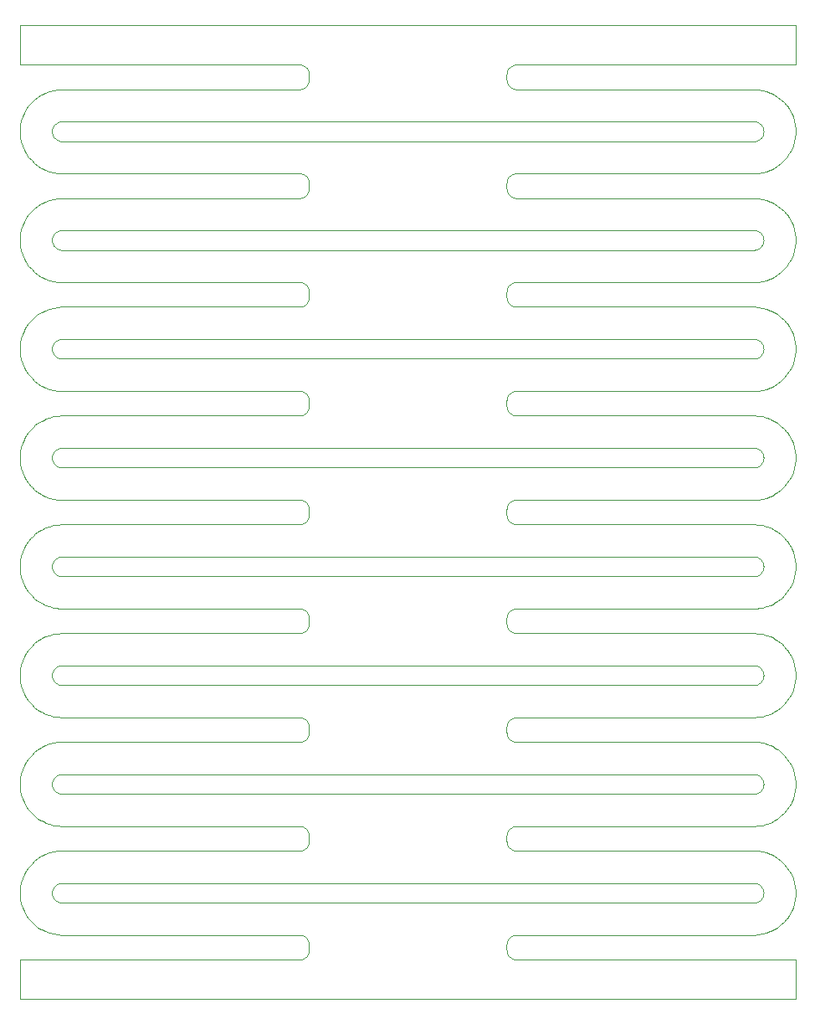
<source format=gbr>
G04 #@! TF.GenerationSoftware,KiCad,Pcbnew,5.1.5+dfsg1-2build2*
G04 #@! TF.CreationDate,2021-10-10T04:01:19+00:00*
G04 #@! TF.ProjectId,bobbin_top_3.5,626f6262-696e-45f7-946f-705f332e352e,rev?*
G04 #@! TF.SameCoordinates,Original*
G04 #@! TF.FileFunction,Legend,Top*
G04 #@! TF.FilePolarity,Positive*
%FSLAX46Y46*%
G04 Gerber Fmt 4.6, Leading zero omitted, Abs format (unit mm)*
G04 Created by KiCad (PCBNEW 5.1.5+dfsg1-2build2) date 2021-10-10 04:01:19*
%MOMM*%
%LPD*%
G04 APERTURE LIST*
G04 #@! TA.AperFunction,Profile*
%ADD10C,0.100000*%
G04 #@! TD*
G04 APERTURE END LIST*
D10*
X124499900Y-121216000D02*
X124401200Y-121236200D01*
X124596400Y-121185700D02*
X124499900Y-121216000D01*
X124689300Y-121145900D02*
X124596400Y-121185700D01*
X124777600Y-121096800D02*
X124689300Y-121145900D01*
X124860800Y-121038900D02*
X124777600Y-121096800D01*
X124937500Y-120973100D02*
X124860800Y-121038900D01*
X125007100Y-120899800D02*
X124937500Y-120973100D01*
X125069000Y-120819900D02*
X125007100Y-120899800D01*
X125122400Y-120734100D02*
X125069000Y-120819900D01*
X125166900Y-120643400D02*
X125122400Y-120734100D01*
X125202000Y-120548600D02*
X125166900Y-120643400D01*
X125227300Y-120450800D02*
X125202000Y-120548600D01*
X125242600Y-120350800D02*
X125227300Y-120450800D01*
X125247700Y-120249900D02*
X125242600Y-120350800D01*
X125242600Y-120149200D02*
X125247700Y-120249900D01*
X125227300Y-120049300D02*
X125242600Y-120149200D01*
X125202000Y-119951500D02*
X125227300Y-120049300D01*
X125166900Y-119856700D02*
X125202000Y-119951500D01*
X125122400Y-119766000D02*
X125166900Y-119856700D01*
X125069000Y-119680200D02*
X125122400Y-119766000D01*
X125007100Y-119600300D02*
X125069000Y-119680200D01*
X124937300Y-119526800D02*
X125007100Y-119600300D01*
X124860600Y-119461000D02*
X124937300Y-119526800D01*
X124777600Y-119403300D02*
X124860600Y-119461000D01*
X124689300Y-119354200D02*
X124777600Y-119403300D01*
X124596600Y-119314500D02*
X124689300Y-119354200D01*
X124500200Y-119284200D02*
X124596600Y-119314500D01*
X124401200Y-119263900D02*
X124500200Y-119284200D01*
X124300700Y-119253600D02*
X124401200Y-119263900D01*
X124224800Y-119251000D02*
X124300700Y-119253600D01*
X54275500Y-119251000D02*
X124224800Y-119251000D01*
X54199100Y-119253600D02*
X54275500Y-119251000D01*
X54098800Y-119263900D02*
X54199100Y-119253600D01*
X53999800Y-119284200D02*
X54098800Y-119263900D01*
X53903400Y-119314500D02*
X53999800Y-119284200D01*
X53810500Y-119354400D02*
X53903400Y-119314500D01*
X53722100Y-119403400D02*
X53810500Y-119354400D01*
X53639200Y-119461200D02*
X53722100Y-119403400D01*
X53562500Y-119527000D02*
X53639200Y-119461200D01*
X53492900Y-119600300D02*
X53562500Y-119527000D01*
X53431000Y-119680200D02*
X53492900Y-119600300D01*
X53377600Y-119766000D02*
X53431000Y-119680200D01*
X53333100Y-119856700D02*
X53377600Y-119766000D01*
X53298100Y-119951200D02*
X53333100Y-119856700D01*
X53272700Y-120049100D02*
X53298100Y-119951200D01*
X53257400Y-120149000D02*
X53272700Y-120049100D01*
X53252300Y-120249900D02*
X53257400Y-120149000D01*
X53257400Y-120350800D02*
X53252300Y-120249900D01*
X53272700Y-120450800D02*
X53257400Y-120350800D01*
X53298000Y-120548600D02*
X53272700Y-120450800D01*
X53333100Y-120643400D02*
X53298000Y-120548600D01*
X53377600Y-120734100D02*
X53333100Y-120643400D01*
X53431000Y-120819900D02*
X53377600Y-120734100D01*
X53492900Y-120899800D02*
X53431000Y-120819900D01*
X53562500Y-120973100D02*
X53492900Y-120899800D01*
X53639200Y-121038900D02*
X53562500Y-120973100D01*
X53722100Y-121096700D02*
X53639200Y-121038900D01*
X53810500Y-121145700D02*
X53722100Y-121096700D01*
X53903400Y-121185600D02*
X53810500Y-121145700D01*
X53999800Y-121215900D02*
X53903400Y-121185600D01*
X54098800Y-121236200D02*
X53999800Y-121215900D01*
X54199300Y-121246500D02*
X54098800Y-121236200D01*
X54275200Y-121249000D02*
X54199300Y-121246500D01*
X124225000Y-121249000D02*
X54275200Y-121249000D01*
X124300400Y-121246500D02*
X124225000Y-121249000D01*
X124401200Y-121236200D02*
X124300400Y-121246500D01*
X124499900Y-110215900D02*
X124401100Y-110236200D01*
X124596400Y-110185700D02*
X124499900Y-110215900D01*
X124689300Y-110145900D02*
X124596400Y-110185700D01*
X124777600Y-110096800D02*
X124689300Y-110145900D01*
X124860800Y-110038900D02*
X124777600Y-110096800D01*
X124937500Y-109973100D02*
X124860800Y-110038900D01*
X125007100Y-109899800D02*
X124937500Y-109973100D01*
X125069000Y-109819900D02*
X125007100Y-109899800D01*
X125122400Y-109734100D02*
X125069000Y-109819900D01*
X125166900Y-109643400D02*
X125122400Y-109734100D01*
X125202000Y-109548600D02*
X125166900Y-109643400D01*
X125227300Y-109450700D02*
X125202000Y-109548600D01*
X125242600Y-109350800D02*
X125227300Y-109450700D01*
X125247700Y-109249900D02*
X125242600Y-109350800D01*
X125242600Y-109149200D02*
X125247700Y-109249900D01*
X125227300Y-109049300D02*
X125242600Y-109149200D01*
X125202000Y-108951500D02*
X125227300Y-109049300D01*
X125166900Y-108856700D02*
X125202000Y-108951500D01*
X125122400Y-108766000D02*
X125166900Y-108856700D01*
X125069000Y-108680200D02*
X125122400Y-108766000D01*
X125007100Y-108600300D02*
X125069000Y-108680200D01*
X124937300Y-108526800D02*
X125007100Y-108600300D01*
X124860600Y-108461000D02*
X124937300Y-108526800D01*
X124777600Y-108403300D02*
X124860600Y-108461000D01*
X124689300Y-108354200D02*
X124777600Y-108403300D01*
X124596600Y-108314500D02*
X124689300Y-108354200D01*
X124500200Y-108284200D02*
X124596600Y-108314500D01*
X124401200Y-108263900D02*
X124500200Y-108284200D01*
X124300700Y-108253600D02*
X124401200Y-108263900D01*
X124224800Y-108251000D02*
X124300700Y-108253600D01*
X54275400Y-108251000D02*
X124224800Y-108251000D01*
X54199100Y-108253600D02*
X54275400Y-108251000D01*
X54098800Y-108263900D02*
X54199100Y-108253600D01*
X53999800Y-108284200D02*
X54098800Y-108263900D01*
X53903400Y-108314500D02*
X53999800Y-108284200D01*
X53810500Y-108354300D02*
X53903400Y-108314500D01*
X53722100Y-108403400D02*
X53810500Y-108354300D01*
X53639200Y-108461200D02*
X53722100Y-108403400D01*
X53562500Y-108527000D02*
X53639200Y-108461200D01*
X53492900Y-108600300D02*
X53562500Y-108527000D01*
X53431000Y-108680200D02*
X53492900Y-108600300D01*
X53377600Y-108766000D02*
X53431000Y-108680200D01*
X53333100Y-108856700D02*
X53377600Y-108766000D01*
X53298100Y-108951200D02*
X53333100Y-108856700D01*
X53272700Y-109049100D02*
X53298100Y-108951200D01*
X53257400Y-109149000D02*
X53272700Y-109049100D01*
X53252300Y-109249900D02*
X53257400Y-109149000D01*
X53257400Y-109350800D02*
X53252300Y-109249900D01*
X53272700Y-109450700D02*
X53257400Y-109350800D01*
X53298000Y-109548600D02*
X53272700Y-109450700D01*
X53333100Y-109643400D02*
X53298000Y-109548600D01*
X53377600Y-109734100D02*
X53333100Y-109643400D01*
X53431000Y-109819900D02*
X53377600Y-109734100D01*
X53492900Y-109899800D02*
X53431000Y-109819900D01*
X53562500Y-109973100D02*
X53492900Y-109899800D01*
X53639200Y-110038900D02*
X53562500Y-109973100D01*
X53722100Y-110096700D02*
X53639200Y-110038900D01*
X53810500Y-110145700D02*
X53722100Y-110096700D01*
X53903400Y-110185600D02*
X53810500Y-110145700D01*
X53999800Y-110215900D02*
X53903400Y-110185600D01*
X54098800Y-110236200D02*
X53999800Y-110215900D01*
X54199300Y-110246500D02*
X54098800Y-110236200D01*
X54275200Y-110249000D02*
X54199300Y-110246500D01*
X124225000Y-110249000D02*
X54275200Y-110249000D01*
X124300500Y-110246500D02*
X124225000Y-110249000D01*
X124401100Y-110236200D02*
X124300500Y-110246500D01*
X124499900Y-99215900D02*
X124401100Y-99236200D01*
X124596400Y-99185700D02*
X124499900Y-99215900D01*
X124689300Y-99145800D02*
X124596400Y-99185700D01*
X124777600Y-99096800D02*
X124689300Y-99145800D01*
X124860800Y-99038900D02*
X124777600Y-99096800D01*
X124937500Y-98973100D02*
X124860800Y-99038900D01*
X125007100Y-98899800D02*
X124937500Y-98973100D01*
X125069000Y-98819900D02*
X125007100Y-98899800D01*
X125122400Y-98734100D02*
X125069000Y-98819900D01*
X125166900Y-98643400D02*
X125122400Y-98734100D01*
X125202000Y-98548600D02*
X125166900Y-98643400D01*
X125227300Y-98450700D02*
X125202000Y-98548600D01*
X125242600Y-98350800D02*
X125227300Y-98450700D01*
X125247700Y-98249900D02*
X125242600Y-98350800D01*
X125242600Y-98149200D02*
X125247700Y-98249900D01*
X125227300Y-98049300D02*
X125242600Y-98149200D01*
X125202000Y-97951500D02*
X125227300Y-98049300D01*
X125166900Y-97856700D02*
X125202000Y-97951500D01*
X125122400Y-97766000D02*
X125166900Y-97856700D01*
X125069000Y-97680200D02*
X125122400Y-97766000D01*
X125007100Y-97600300D02*
X125069000Y-97680200D01*
X124937300Y-97526800D02*
X125007100Y-97600300D01*
X124860600Y-97461000D02*
X124937300Y-97526800D01*
X124777600Y-97403300D02*
X124860600Y-97461000D01*
X124689300Y-97354200D02*
X124777600Y-97403300D01*
X124596600Y-97314500D02*
X124689300Y-97354200D01*
X124500200Y-97284200D02*
X124596600Y-97314500D01*
X124401200Y-97263800D02*
X124500200Y-97284200D01*
X124300700Y-97253600D02*
X124401200Y-97263800D01*
X124224800Y-97251000D02*
X124300700Y-97253600D01*
X54275400Y-97251000D02*
X124224800Y-97251000D01*
X54199200Y-97253600D02*
X54275400Y-97251000D01*
X54098800Y-97263800D02*
X54199200Y-97253600D01*
X53999800Y-97284200D02*
X54098800Y-97263800D01*
X53903400Y-97314500D02*
X53999800Y-97284200D01*
X53810500Y-97354300D02*
X53903400Y-97314500D01*
X53722100Y-97403400D02*
X53810500Y-97354300D01*
X53639200Y-97461100D02*
X53722100Y-97403400D01*
X53562500Y-97527000D02*
X53639200Y-97461100D01*
X53492900Y-97600300D02*
X53562500Y-97527000D01*
X53431000Y-97680200D02*
X53492900Y-97600300D01*
X53377600Y-97766000D02*
X53431000Y-97680200D01*
X53333100Y-97856700D02*
X53377600Y-97766000D01*
X53298100Y-97951200D02*
X53333100Y-97856700D01*
X53272700Y-98049100D02*
X53298100Y-97951200D01*
X53257400Y-98149000D02*
X53272700Y-98049100D01*
X53252300Y-98249900D02*
X53257400Y-98149000D01*
X53257400Y-98350800D02*
X53252300Y-98249900D01*
X53272700Y-98450700D02*
X53257400Y-98350800D01*
X53298000Y-98548600D02*
X53272700Y-98450700D01*
X53333100Y-98643400D02*
X53298000Y-98548600D01*
X53377600Y-98734100D02*
X53333100Y-98643400D01*
X53431000Y-98819900D02*
X53377600Y-98734100D01*
X53492900Y-98899800D02*
X53431000Y-98819900D01*
X53562500Y-98973100D02*
X53492900Y-98899800D01*
X53639200Y-99038900D02*
X53562500Y-98973100D01*
X53722100Y-99096700D02*
X53639200Y-99038900D01*
X53810500Y-99145700D02*
X53722100Y-99096700D01*
X53903400Y-99185600D02*
X53810500Y-99145700D01*
X53999800Y-99215900D02*
X53903400Y-99185600D01*
X54098800Y-99236200D02*
X53999800Y-99215900D01*
X54199300Y-99246500D02*
X54098800Y-99236200D01*
X54275200Y-99249000D02*
X54199300Y-99246500D01*
X124224900Y-99249000D02*
X54275200Y-99249000D01*
X124300500Y-99246500D02*
X124224900Y-99249000D01*
X124401100Y-99236200D02*
X124300500Y-99246500D01*
X124499900Y-88215900D02*
X124401100Y-88236200D01*
X124596400Y-88185700D02*
X124499900Y-88215900D01*
X124689300Y-88145800D02*
X124596400Y-88185700D01*
X124777600Y-88096800D02*
X124689300Y-88145800D01*
X124860800Y-88038900D02*
X124777600Y-88096800D01*
X124937500Y-87973100D02*
X124860800Y-88038900D01*
X125007100Y-87899800D02*
X124937500Y-87973100D01*
X125069000Y-87819900D02*
X125007100Y-87899800D01*
X125122400Y-87734100D02*
X125069000Y-87819900D01*
X125166900Y-87643400D02*
X125122400Y-87734100D01*
X125202000Y-87548600D02*
X125166900Y-87643400D01*
X125227300Y-87450700D02*
X125202000Y-87548600D01*
X125242600Y-87350800D02*
X125227300Y-87450700D01*
X125247700Y-87249900D02*
X125242600Y-87350800D01*
X125242600Y-87149200D02*
X125247700Y-87249900D01*
X125227300Y-87049300D02*
X125242600Y-87149200D01*
X125202000Y-86951500D02*
X125227300Y-87049300D01*
X125166900Y-86856700D02*
X125202000Y-86951500D01*
X125122400Y-86766000D02*
X125166900Y-86856700D01*
X125069000Y-86680200D02*
X125122400Y-86766000D01*
X125007100Y-86600200D02*
X125069000Y-86680200D01*
X124937300Y-86526800D02*
X125007100Y-86600200D01*
X124860600Y-86461000D02*
X124937300Y-86526800D01*
X124777600Y-86403200D02*
X124860600Y-86461000D01*
X124689300Y-86354200D02*
X124777600Y-86403200D01*
X124596600Y-86314500D02*
X124689300Y-86354200D01*
X124500200Y-86284200D02*
X124596600Y-86314500D01*
X124401200Y-86263800D02*
X124500200Y-86284200D01*
X124300700Y-86253600D02*
X124401200Y-86263800D01*
X124224800Y-86251000D02*
X124300700Y-86253600D01*
X54275400Y-86251000D02*
X124224800Y-86251000D01*
X54199200Y-86253600D02*
X54275400Y-86251000D01*
X54098800Y-86263800D02*
X54199200Y-86253600D01*
X53999800Y-86284200D02*
X54098800Y-86263800D01*
X53903400Y-86314500D02*
X53999800Y-86284200D01*
X53810500Y-86354300D02*
X53903400Y-86314500D01*
X53722100Y-86403400D02*
X53810500Y-86354300D01*
X53639200Y-86461100D02*
X53722100Y-86403400D01*
X53562500Y-86527000D02*
X53639200Y-86461100D01*
X53492900Y-86600200D02*
X53562500Y-86527000D01*
X53431000Y-86680200D02*
X53492900Y-86600200D01*
X53377600Y-86766000D02*
X53431000Y-86680200D01*
X53333100Y-86856700D02*
X53377600Y-86766000D01*
X53298100Y-86951200D02*
X53333100Y-86856700D01*
X53272700Y-87049100D02*
X53298100Y-86951200D01*
X53257400Y-87149000D02*
X53272700Y-87049100D01*
X53252300Y-87249900D02*
X53257400Y-87149000D01*
X53257400Y-87350800D02*
X53252300Y-87249900D01*
X53272700Y-87450700D02*
X53257400Y-87350800D01*
X53298000Y-87548600D02*
X53272700Y-87450700D01*
X53333100Y-87643400D02*
X53298000Y-87548600D01*
X53377600Y-87734100D02*
X53333100Y-87643400D01*
X53431000Y-87819900D02*
X53377600Y-87734100D01*
X53492900Y-87899800D02*
X53431000Y-87819900D01*
X53562500Y-87973100D02*
X53492900Y-87899800D01*
X53639200Y-88038900D02*
X53562500Y-87973100D01*
X53722100Y-88096700D02*
X53639200Y-88038900D01*
X53810500Y-88145700D02*
X53722100Y-88096700D01*
X53903400Y-88185600D02*
X53810500Y-88145700D01*
X53999800Y-88215900D02*
X53903400Y-88185600D01*
X54098800Y-88236200D02*
X53999800Y-88215900D01*
X54199300Y-88246500D02*
X54098800Y-88236200D01*
X54275200Y-88249000D02*
X54199300Y-88246500D01*
X124224900Y-88249000D02*
X54275200Y-88249000D01*
X124300500Y-88246400D02*
X124224900Y-88249000D01*
X124401100Y-88236200D02*
X124300500Y-88246400D01*
X124499900Y-77215900D02*
X124401000Y-77236200D01*
X124596400Y-77185700D02*
X124499900Y-77215900D01*
X124689300Y-77145800D02*
X124596400Y-77185700D01*
X124777600Y-77096800D02*
X124689300Y-77145800D01*
X124860800Y-77038900D02*
X124777600Y-77096800D01*
X124937500Y-76973100D02*
X124860800Y-77038900D01*
X125007100Y-76899800D02*
X124937500Y-76973100D01*
X125069000Y-76819900D02*
X125007100Y-76899800D01*
X125122400Y-76734100D02*
X125069000Y-76819900D01*
X125166900Y-76643300D02*
X125122400Y-76734100D01*
X125202000Y-76548600D02*
X125166900Y-76643300D01*
X125227300Y-76450700D02*
X125202000Y-76548600D01*
X125242600Y-76350800D02*
X125227300Y-76450700D01*
X125247700Y-76249900D02*
X125242600Y-76350800D01*
X125242600Y-76149200D02*
X125247700Y-76249900D01*
X125227300Y-76049300D02*
X125242600Y-76149200D01*
X125202000Y-75951500D02*
X125227300Y-76049300D01*
X125166900Y-75856700D02*
X125202000Y-75951500D01*
X125122400Y-75765900D02*
X125166900Y-75856700D01*
X125069000Y-75680200D02*
X125122400Y-75765900D01*
X125007100Y-75600200D02*
X125069000Y-75680200D01*
X124937300Y-75526800D02*
X125007100Y-75600200D01*
X124860600Y-75461000D02*
X124937300Y-75526800D01*
X124777600Y-75403200D02*
X124860600Y-75461000D01*
X124689300Y-75354200D02*
X124777600Y-75403200D01*
X124596600Y-75314500D02*
X124689300Y-75354200D01*
X124500200Y-75284200D02*
X124596600Y-75314500D01*
X124401200Y-75263800D02*
X124500200Y-75284200D01*
X124300700Y-75253600D02*
X124401200Y-75263800D01*
X124224800Y-75251000D02*
X124300700Y-75253600D01*
X54275300Y-75251000D02*
X124224800Y-75251000D01*
X54199200Y-75253600D02*
X54275300Y-75251000D01*
X54098800Y-75263800D02*
X54199200Y-75253600D01*
X53999800Y-75284200D02*
X54098800Y-75263800D01*
X53903400Y-75314500D02*
X53999800Y-75284200D01*
X53810500Y-75354300D02*
X53903400Y-75314500D01*
X53722100Y-75403400D02*
X53810500Y-75354300D01*
X53639200Y-75461100D02*
X53722100Y-75403400D01*
X53562500Y-75527000D02*
X53639200Y-75461100D01*
X53492900Y-75600200D02*
X53562500Y-75527000D01*
X53431000Y-75680200D02*
X53492900Y-75600200D01*
X53377600Y-75765900D02*
X53431000Y-75680200D01*
X53333100Y-75856700D02*
X53377600Y-75765900D01*
X53298100Y-75951200D02*
X53333100Y-75856700D01*
X53272700Y-76049000D02*
X53298100Y-75951200D01*
X53257400Y-76148900D02*
X53272700Y-76049000D01*
X53252300Y-76249900D02*
X53257400Y-76148900D01*
X53257400Y-76350800D02*
X53252300Y-76249900D01*
X53272700Y-76450700D02*
X53257400Y-76350800D01*
X53298000Y-76548600D02*
X53272700Y-76450700D01*
X53333100Y-76643300D02*
X53298000Y-76548600D01*
X53377600Y-76734100D02*
X53333100Y-76643300D01*
X53431000Y-76819900D02*
X53377600Y-76734100D01*
X53492900Y-76899800D02*
X53431000Y-76819900D01*
X53562500Y-76973100D02*
X53492900Y-76899800D01*
X53639200Y-77038900D02*
X53562500Y-76973100D01*
X53722100Y-77096700D02*
X53639200Y-77038900D01*
X53810500Y-77145700D02*
X53722100Y-77096700D01*
X53903400Y-77185600D02*
X53810500Y-77145700D01*
X53999800Y-77215800D02*
X53903400Y-77185600D01*
X54098800Y-77236200D02*
X53999800Y-77215800D01*
X54199300Y-77246400D02*
X54098800Y-77236200D01*
X54275200Y-77249000D02*
X54199300Y-77246400D01*
X124224800Y-77249000D02*
X54275200Y-77249000D01*
X124300600Y-77246400D02*
X124224800Y-77249000D01*
X124401000Y-77236200D02*
X124300600Y-77246400D01*
X124499900Y-66215900D02*
X124401000Y-66236200D01*
X124596400Y-66185700D02*
X124499900Y-66215900D01*
X124689300Y-66145800D02*
X124596400Y-66185700D01*
X124777600Y-66096800D02*
X124689300Y-66145800D01*
X124860600Y-66039100D02*
X124777600Y-66096800D01*
X124937300Y-65973200D02*
X124860600Y-66039100D01*
X125007100Y-65899800D02*
X124937300Y-65973200D01*
X125069000Y-65819900D02*
X125007100Y-65899800D01*
X125122300Y-65734300D02*
X125069000Y-65819900D01*
X125166800Y-65643600D02*
X125122300Y-65734300D01*
X125201900Y-65548800D02*
X125166800Y-65643600D01*
X125227300Y-65451000D02*
X125201900Y-65548800D01*
X125242600Y-65351100D02*
X125227300Y-65451000D01*
X125247700Y-65250100D02*
X125242600Y-65351100D01*
X125242600Y-65149200D02*
X125247700Y-65250100D01*
X125227300Y-65049300D02*
X125242600Y-65149200D01*
X125202000Y-64951500D02*
X125227300Y-65049300D01*
X125166900Y-64856700D02*
X125202000Y-64951500D01*
X125122400Y-64765900D02*
X125166900Y-64856700D01*
X125069000Y-64680200D02*
X125122400Y-64765900D01*
X125007100Y-64600200D02*
X125069000Y-64680200D01*
X124937300Y-64526800D02*
X125007100Y-64600200D01*
X124860600Y-64461000D02*
X124937300Y-64526800D01*
X124777900Y-64403400D02*
X124860600Y-64461000D01*
X124689500Y-64354300D02*
X124777900Y-64403400D01*
X124596600Y-64314400D02*
X124689500Y-64354300D01*
X124500200Y-64284200D02*
X124596600Y-64314400D01*
X124401200Y-64263800D02*
X124500200Y-64284200D01*
X124300700Y-64253600D02*
X124401200Y-64263800D01*
X124224800Y-64251000D02*
X124300700Y-64253600D01*
X54275300Y-64251000D02*
X124224800Y-64251000D01*
X54199300Y-64253600D02*
X54275300Y-64251000D01*
X54098800Y-64263800D02*
X54199300Y-64253600D01*
X53999800Y-64284200D02*
X54098800Y-64263800D01*
X53903400Y-64314400D02*
X53999800Y-64284200D01*
X53810500Y-64354300D02*
X53903400Y-64314400D01*
X53722100Y-64403400D02*
X53810500Y-64354300D01*
X53639200Y-64461100D02*
X53722100Y-64403400D01*
X53562500Y-64527000D02*
X53639200Y-64461100D01*
X53492900Y-64600200D02*
X53562500Y-64527000D01*
X53431000Y-64680200D02*
X53492900Y-64600200D01*
X53377600Y-64765900D02*
X53431000Y-64680200D01*
X53333100Y-64856700D02*
X53377600Y-64765900D01*
X53298000Y-64951500D02*
X53333100Y-64856700D01*
X53272700Y-65049000D02*
X53298000Y-64951500D01*
X53257400Y-65148900D02*
X53272700Y-65049000D01*
X53252300Y-65249900D02*
X53257400Y-65148900D01*
X53257400Y-65350800D02*
X53252300Y-65249900D01*
X53272700Y-65450700D02*
X53257400Y-65350800D01*
X53298000Y-65548600D02*
X53272700Y-65450700D01*
X53333100Y-65643300D02*
X53298000Y-65548600D01*
X53377600Y-65734100D02*
X53333100Y-65643300D01*
X53431000Y-65819900D02*
X53377600Y-65734100D01*
X53492900Y-65899800D02*
X53431000Y-65819900D01*
X53562500Y-65973100D02*
X53492900Y-65899800D01*
X53639200Y-66038900D02*
X53562500Y-65973100D01*
X53722100Y-66096600D02*
X53639200Y-66038900D01*
X53810500Y-66145700D02*
X53722100Y-66096600D01*
X53903400Y-66185600D02*
X53810500Y-66145700D01*
X53999800Y-66215800D02*
X53903400Y-66185600D01*
X54098800Y-66236200D02*
X53999800Y-66215800D01*
X54199300Y-66246400D02*
X54098800Y-66236200D01*
X54275200Y-66249000D02*
X54199300Y-66246400D01*
X124224800Y-66249000D02*
X54275200Y-66249000D01*
X124300600Y-66246400D02*
X124224800Y-66249000D01*
X124401000Y-66236200D02*
X124300600Y-66246400D01*
X124499900Y-55215900D02*
X124401000Y-55236200D01*
X124596400Y-55185700D02*
X124499900Y-55215900D01*
X124689300Y-55145800D02*
X124596400Y-55185700D01*
X124777600Y-55096800D02*
X124689300Y-55145800D01*
X124860600Y-55039100D02*
X124777600Y-55096800D01*
X124937300Y-54973200D02*
X124860600Y-55039100D01*
X125007100Y-54899800D02*
X124937300Y-54973200D01*
X125069000Y-54819900D02*
X125007100Y-54899800D01*
X125122300Y-54734300D02*
X125069000Y-54819900D01*
X125166800Y-54643600D02*
X125122300Y-54734300D01*
X125201900Y-54548800D02*
X125166800Y-54643600D01*
X125227300Y-54451000D02*
X125201900Y-54548800D01*
X125242600Y-54351100D02*
X125227300Y-54451000D01*
X125247700Y-54250100D02*
X125242600Y-54351100D01*
X125242600Y-54149200D02*
X125247700Y-54250100D01*
X125227300Y-54049300D02*
X125242600Y-54149200D01*
X125202000Y-53951500D02*
X125227300Y-54049300D01*
X125166900Y-53856700D02*
X125202000Y-53951500D01*
X125122400Y-53765900D02*
X125166900Y-53856700D01*
X125069000Y-53680200D02*
X125122400Y-53765900D01*
X125007100Y-53600200D02*
X125069000Y-53680200D01*
X124937300Y-53526800D02*
X125007100Y-53600200D01*
X124860600Y-53460900D02*
X124937300Y-53526800D01*
X124777900Y-53403400D02*
X124860600Y-53460900D01*
X124689500Y-53354300D02*
X124777900Y-53403400D01*
X124596600Y-53314400D02*
X124689500Y-53354300D01*
X124500200Y-53284200D02*
X124596600Y-53314400D01*
X124401200Y-53263800D02*
X124500200Y-53284200D01*
X124300700Y-53253600D02*
X124401200Y-53263800D01*
X124224800Y-53251000D02*
X124300700Y-53253600D01*
X54275200Y-53251000D02*
X124224800Y-53251000D01*
X54199300Y-53253600D02*
X54275200Y-53251000D01*
X54098800Y-53263800D02*
X54199300Y-53253600D01*
X53999800Y-53284200D02*
X54098800Y-53263800D01*
X53903400Y-53314400D02*
X53999800Y-53284200D01*
X53810500Y-53354300D02*
X53903400Y-53314400D01*
X53722100Y-53403400D02*
X53810500Y-53354300D01*
X53639200Y-53461100D02*
X53722100Y-53403400D01*
X53562500Y-53527000D02*
X53639200Y-53461100D01*
X53492900Y-53600200D02*
X53562500Y-53527000D01*
X53431000Y-53680200D02*
X53492900Y-53600200D01*
X53377600Y-53765900D02*
X53431000Y-53680200D01*
X53333100Y-53856700D02*
X53377600Y-53765900D01*
X53298000Y-53951500D02*
X53333100Y-53856700D01*
X53272700Y-54049000D02*
X53298000Y-53951500D01*
X53257400Y-54148900D02*
X53272700Y-54049000D01*
X53252300Y-54249900D02*
X53257400Y-54148900D01*
X53257400Y-54350800D02*
X53252300Y-54249900D01*
X53272700Y-54450700D02*
X53257400Y-54350800D01*
X53298000Y-54548500D02*
X53272700Y-54450700D01*
X53333100Y-54643300D02*
X53298000Y-54548500D01*
X53377600Y-54734100D02*
X53333100Y-54643300D01*
X53431000Y-54819900D02*
X53377600Y-54734100D01*
X53492900Y-54899800D02*
X53431000Y-54819900D01*
X53562500Y-54973000D02*
X53492900Y-54899800D01*
X53639200Y-55038900D02*
X53562500Y-54973000D01*
X53722100Y-55096600D02*
X53639200Y-55038900D01*
X53810500Y-55145700D02*
X53722100Y-55096600D01*
X53903400Y-55185600D02*
X53810500Y-55145700D01*
X53999800Y-55215800D02*
X53903400Y-55185600D01*
X54098800Y-55236200D02*
X53999800Y-55215800D01*
X54199300Y-55246400D02*
X54098800Y-55236200D01*
X54275200Y-55249000D02*
X54199300Y-55246400D01*
X124224800Y-55249000D02*
X54275200Y-55249000D01*
X124300700Y-55246400D02*
X124224800Y-55249000D01*
X124401000Y-55236200D02*
X124300700Y-55246400D01*
X124500200Y-132215900D02*
X124400700Y-132236300D01*
X124596600Y-132185600D02*
X124500200Y-132215900D01*
X124689500Y-132145800D02*
X124596600Y-132185600D01*
X124777900Y-132096700D02*
X124689500Y-132145800D01*
X124860800Y-132038900D02*
X124777900Y-132096700D01*
X124937500Y-131973100D02*
X124860800Y-132038900D01*
X125007100Y-131899800D02*
X124937500Y-131973100D01*
X125069000Y-131819900D02*
X125007100Y-131899800D01*
X125122400Y-131734100D02*
X125069000Y-131819900D01*
X125166900Y-131643400D02*
X125122400Y-131734100D01*
X125202000Y-131548600D02*
X125166900Y-131643400D01*
X125227300Y-131450800D02*
X125202000Y-131548600D01*
X125242600Y-131350900D02*
X125227300Y-131450800D01*
X125247700Y-131249900D02*
X125242600Y-131350900D01*
X125242600Y-131149300D02*
X125247700Y-131249900D01*
X125227300Y-131049400D02*
X125242600Y-131149300D01*
X125202000Y-130951500D02*
X125227300Y-131049400D01*
X125166900Y-130856700D02*
X125202000Y-130951500D01*
X125122400Y-130766000D02*
X125166900Y-130856700D01*
X125069000Y-130680200D02*
X125122400Y-130766000D01*
X125007100Y-130600300D02*
X125069000Y-130680200D01*
X124937300Y-130526800D02*
X125007100Y-130600300D01*
X124860600Y-130461000D02*
X124937300Y-130526800D01*
X124777600Y-130403300D02*
X124860600Y-130461000D01*
X124689300Y-130354200D02*
X124777600Y-130403300D01*
X124596600Y-130314500D02*
X124689300Y-130354200D01*
X124500200Y-130284200D02*
X124596600Y-130314500D01*
X124401200Y-130263900D02*
X124500200Y-130284200D01*
X124300700Y-130253600D02*
X124401200Y-130263900D01*
X124224800Y-130251100D02*
X124300700Y-130253600D01*
X54275000Y-130251100D02*
X124224800Y-130251100D01*
X54199500Y-130253600D02*
X54275000Y-130251100D01*
X54098800Y-130263900D02*
X54199500Y-130253600D01*
X53999800Y-130284200D02*
X54098800Y-130263900D01*
X53903400Y-130314500D02*
X53999800Y-130284200D01*
X53810500Y-130354400D02*
X53903400Y-130314500D01*
X53722100Y-130403400D02*
X53810500Y-130354400D01*
X53639200Y-130461200D02*
X53722100Y-130403400D01*
X53562500Y-130527000D02*
X53639200Y-130461200D01*
X53492900Y-130600300D02*
X53562500Y-130527000D01*
X53431000Y-130680200D02*
X53492900Y-130600300D01*
X53377600Y-130766000D02*
X53431000Y-130680200D01*
X53333100Y-130856700D02*
X53377600Y-130766000D01*
X53298100Y-130951200D02*
X53333100Y-130856700D01*
X53272700Y-131049100D02*
X53298100Y-130951200D01*
X53257400Y-131149000D02*
X53272700Y-131049100D01*
X53252300Y-131249900D02*
X53257400Y-131149000D01*
X53257400Y-131350900D02*
X53252300Y-131249900D01*
X53272700Y-131450800D02*
X53257400Y-131350900D01*
X53298000Y-131548600D02*
X53272700Y-131450800D01*
X53333100Y-131643400D02*
X53298000Y-131548600D01*
X53377600Y-131734100D02*
X53333100Y-131643400D01*
X53431000Y-131819900D02*
X53377600Y-131734100D01*
X53492900Y-131899800D02*
X53431000Y-131819900D01*
X53562500Y-131973100D02*
X53492900Y-131899800D01*
X53639200Y-132038900D02*
X53562500Y-131973100D01*
X53722100Y-132096700D02*
X53639200Y-132038900D01*
X53810500Y-132145800D02*
X53722100Y-132096700D01*
X53903400Y-132185600D02*
X53810500Y-132145800D01*
X53999800Y-132215900D02*
X53903400Y-132185600D01*
X54098800Y-132236200D02*
X53999800Y-132215900D01*
X54199300Y-132246500D02*
X54098800Y-132236200D01*
X54275200Y-132249100D02*
X54199300Y-132246500D01*
X124224500Y-132249100D02*
X54275200Y-132249100D01*
X124300900Y-132246500D02*
X124224500Y-132249100D01*
X124400700Y-132236300D02*
X124300900Y-132246500D01*
X128471000Y-43499000D02*
X50014600Y-43499700D01*
X128487300Y-43500000D02*
X128471000Y-43499000D01*
X128492900Y-43503700D02*
X128487300Y-43500000D01*
X128494800Y-43508200D02*
X128492900Y-43503700D01*
X128495500Y-43523500D02*
X128494800Y-43508200D01*
X128495500Y-47475500D02*
X128495500Y-43523500D01*
X128494300Y-47492700D02*
X128495500Y-47475500D01*
X128490800Y-47497400D02*
X128494300Y-47492700D01*
X128486300Y-47499200D02*
X128490800Y-47497400D01*
X100241200Y-47500000D02*
X128486300Y-47499200D01*
X100144000Y-47504800D02*
X100241200Y-47500000D01*
X100047900Y-47519000D02*
X100144000Y-47504800D01*
X99953600Y-47542600D02*
X100047900Y-47519000D01*
X99862200Y-47575400D02*
X99953600Y-47542600D01*
X99774300Y-47616900D02*
X99862200Y-47575400D01*
X99691000Y-47666900D02*
X99774300Y-47616900D01*
X99613000Y-47724700D02*
X99691000Y-47666900D01*
X99541000Y-47790000D02*
X99613000Y-47724700D01*
X99475700Y-47862000D02*
X99541000Y-47790000D01*
X99417900Y-47940000D02*
X99475700Y-47862000D01*
X99367900Y-48023300D02*
X99417900Y-47940000D01*
X99326400Y-48111100D02*
X99367900Y-48023300D01*
X99293600Y-48202600D02*
X99326400Y-48111100D01*
X99270000Y-48296900D02*
X99293600Y-48202600D01*
X99255800Y-48393000D02*
X99270000Y-48296900D01*
X99251000Y-48490200D02*
X99255800Y-48393000D01*
X99251000Y-49008800D02*
X99251000Y-48490200D01*
X99255800Y-49106000D02*
X99251000Y-49008800D01*
X99270000Y-49202100D02*
X99255800Y-49106000D01*
X99293600Y-49296400D02*
X99270000Y-49202100D01*
X99326400Y-49387900D02*
X99293600Y-49296400D01*
X99367900Y-49475700D02*
X99326400Y-49387900D01*
X99417900Y-49559000D02*
X99367900Y-49475700D01*
X99475700Y-49637000D02*
X99417900Y-49559000D01*
X99541000Y-49709000D02*
X99475700Y-49637000D01*
X99613000Y-49774300D02*
X99541000Y-49709000D01*
X99691000Y-49832100D02*
X99613000Y-49774300D01*
X99774300Y-49882100D02*
X99691000Y-49832100D01*
X99862200Y-49923600D02*
X99774300Y-49882100D01*
X99953600Y-49956400D02*
X99862200Y-49923600D01*
X100047900Y-49980000D02*
X99953600Y-49956400D01*
X100144000Y-49994200D02*
X100047900Y-49980000D01*
X100241200Y-49999000D02*
X100144000Y-49994200D01*
X124243700Y-49999000D02*
X100241200Y-49999000D01*
X124679800Y-50021100D02*
X124243700Y-49999000D01*
X125105400Y-50086300D02*
X124679800Y-50021100D01*
X125522300Y-50194200D02*
X125105400Y-50086300D01*
X125914500Y-50339100D02*
X125522300Y-50194200D01*
X125937800Y-50349100D02*
X125914500Y-50339100D01*
X126301600Y-50527500D02*
X125937800Y-50349100D01*
X126323800Y-50539900D02*
X126301600Y-50527500D01*
X126678500Y-50761400D02*
X126323800Y-50539900D01*
X127018600Y-51024600D02*
X126678500Y-50761400D01*
X127330700Y-51321300D02*
X127018600Y-51024600D01*
X127603300Y-51638300D02*
X127330700Y-51321300D01*
X127618900Y-51658400D02*
X127603300Y-51638300D01*
X127850300Y-51990900D02*
X127618900Y-51658400D01*
X127863800Y-52012500D02*
X127850300Y-51990900D01*
X128066400Y-52378300D02*
X127863800Y-52012500D01*
X128236000Y-52773500D02*
X128066400Y-52378300D01*
X128364900Y-53184300D02*
X128236000Y-52773500D01*
X128449400Y-53593800D02*
X128364900Y-53184300D01*
X128453300Y-53618900D02*
X128449400Y-53593800D01*
X128494300Y-54022000D02*
X128453300Y-53618900D01*
X128495500Y-54047400D02*
X128494300Y-54022000D01*
X128495200Y-54465600D02*
X128495500Y-54047400D01*
X128451700Y-54893400D02*
X128495200Y-54465600D01*
X128365000Y-55315200D02*
X128451700Y-54893400D01*
X128240200Y-55714200D02*
X128365000Y-55315200D01*
X128231400Y-55738100D02*
X128240200Y-55714200D01*
X128071600Y-56110400D02*
X128231400Y-55738100D01*
X128060400Y-56133200D02*
X128071600Y-56110400D01*
X127857200Y-56498700D02*
X128060400Y-56133200D01*
X127611200Y-56852100D02*
X127857200Y-56498700D01*
X127331000Y-57178400D02*
X127611200Y-56852100D01*
X127018900Y-57475100D02*
X127331000Y-57178400D01*
X126678500Y-57738700D02*
X127018900Y-57475100D01*
X126323800Y-57960100D02*
X126678500Y-57738700D01*
X126301600Y-57972500D02*
X126323800Y-57960100D01*
X125937900Y-58150900D02*
X126301600Y-57972500D01*
X125914500Y-58160900D02*
X125937900Y-58150900D01*
X125522200Y-58305800D02*
X125914500Y-58160900D01*
X125118100Y-58410800D02*
X125522200Y-58305800D01*
X125093400Y-58415900D02*
X125118100Y-58410800D01*
X124679800Y-58478900D02*
X125093400Y-58415900D01*
X124243700Y-58501000D02*
X124679800Y-58478900D01*
X100241200Y-58501000D02*
X124243700Y-58501000D01*
X100144000Y-58505800D02*
X100241200Y-58501000D01*
X100047900Y-58520000D02*
X100144000Y-58505800D01*
X99953600Y-58543600D02*
X100047900Y-58520000D01*
X99862200Y-58576400D02*
X99953600Y-58543600D01*
X99774300Y-58617900D02*
X99862200Y-58576400D01*
X99691000Y-58667900D02*
X99774300Y-58617900D01*
X99613000Y-58725700D02*
X99691000Y-58667900D01*
X99541000Y-58791000D02*
X99613000Y-58725700D01*
X99475700Y-58863000D02*
X99541000Y-58791000D01*
X99417900Y-58941000D02*
X99475700Y-58863000D01*
X99367900Y-59024300D02*
X99417900Y-58941000D01*
X99326400Y-59112100D02*
X99367900Y-59024300D01*
X99293600Y-59203600D02*
X99326400Y-59112100D01*
X99270000Y-59297900D02*
X99293600Y-59203600D01*
X99255800Y-59394000D02*
X99270000Y-59297900D01*
X99251000Y-59491200D02*
X99255800Y-59394000D01*
X99251000Y-60008800D02*
X99251000Y-59491200D01*
X99255800Y-60106000D02*
X99251000Y-60008800D01*
X99270000Y-60202100D02*
X99255800Y-60106000D01*
X99293600Y-60296400D02*
X99270000Y-60202100D01*
X99326400Y-60387900D02*
X99293600Y-60296400D01*
X99367900Y-60475700D02*
X99326400Y-60387900D01*
X99417900Y-60559000D02*
X99367900Y-60475700D01*
X99475700Y-60637000D02*
X99417900Y-60559000D01*
X99541000Y-60709000D02*
X99475700Y-60637000D01*
X99613000Y-60774300D02*
X99541000Y-60709000D01*
X99691000Y-60832200D02*
X99613000Y-60774300D01*
X99774300Y-60882100D02*
X99691000Y-60832200D01*
X99862200Y-60923600D02*
X99774300Y-60882100D01*
X99953600Y-60956400D02*
X99862200Y-60923600D01*
X100047900Y-60980000D02*
X99953600Y-60956400D01*
X100144000Y-60994200D02*
X100047900Y-60980000D01*
X100241200Y-60999000D02*
X100144000Y-60994200D01*
X124243700Y-60999000D02*
X100241200Y-60999000D01*
X124679800Y-61021100D02*
X124243700Y-60999000D01*
X125105400Y-61086300D02*
X124679800Y-61021100D01*
X125522300Y-61194200D02*
X125105400Y-61086300D01*
X125914500Y-61339100D02*
X125522300Y-61194200D01*
X125937800Y-61349100D02*
X125914500Y-61339100D01*
X126301600Y-61527500D02*
X125937800Y-61349100D01*
X126323800Y-61539900D02*
X126301600Y-61527500D01*
X126678500Y-61761400D02*
X126323800Y-61539900D01*
X127018600Y-62024600D02*
X126678500Y-61761400D01*
X127330700Y-62321300D02*
X127018600Y-62024600D01*
X127603300Y-62638300D02*
X127330700Y-62321300D01*
X127618900Y-62658400D02*
X127603300Y-62638300D01*
X127850300Y-62990900D02*
X127618900Y-62658400D01*
X127863800Y-63012500D02*
X127850300Y-62990900D01*
X128066400Y-63378300D02*
X127863800Y-63012500D01*
X128236000Y-63773500D02*
X128066400Y-63378300D01*
X128364900Y-64184300D02*
X128236000Y-63773500D01*
X128449400Y-64593800D02*
X128364900Y-64184300D01*
X128453300Y-64618900D02*
X128449400Y-64593800D01*
X128494300Y-65022000D02*
X128453300Y-64618900D01*
X128495500Y-65047400D02*
X128494300Y-65022000D01*
X128495200Y-65465600D02*
X128495500Y-65047400D01*
X128451700Y-65893500D02*
X128495200Y-65465600D01*
X128365000Y-66315200D02*
X128451700Y-65893500D01*
X128240200Y-66714200D02*
X128365000Y-66315200D01*
X128231400Y-66738100D02*
X128240200Y-66714200D01*
X128071600Y-67110400D02*
X128231400Y-66738100D01*
X128060400Y-67133200D02*
X128071600Y-67110400D01*
X127857200Y-67498700D02*
X128060400Y-67133200D01*
X127611200Y-67852100D02*
X127857200Y-67498700D01*
X127331000Y-68178400D02*
X127611200Y-67852100D01*
X127018900Y-68475100D02*
X127331000Y-68178400D01*
X126678500Y-68738700D02*
X127018900Y-68475100D01*
X126323800Y-68960100D02*
X126678500Y-68738700D01*
X126301600Y-68972500D02*
X126323800Y-68960100D01*
X125937900Y-69150900D02*
X126301600Y-68972500D01*
X125914500Y-69160900D02*
X125937900Y-69150900D01*
X125522200Y-69305800D02*
X125914500Y-69160900D01*
X125118100Y-69410800D02*
X125522200Y-69305800D01*
X125093400Y-69415900D02*
X125118100Y-69410800D01*
X124679800Y-69478900D02*
X125093400Y-69415900D01*
X124243700Y-69501000D02*
X124679800Y-69478900D01*
X100241200Y-69501000D02*
X124243700Y-69501000D01*
X100144000Y-69505800D02*
X100241200Y-69501000D01*
X100047900Y-69520000D02*
X100144000Y-69505800D01*
X99953600Y-69543600D02*
X100047900Y-69520000D01*
X99862200Y-69576400D02*
X99953600Y-69543600D01*
X99774300Y-69617900D02*
X99862200Y-69576400D01*
X99691000Y-69667900D02*
X99774300Y-69617900D01*
X99613000Y-69725700D02*
X99691000Y-69667900D01*
X99541000Y-69791000D02*
X99613000Y-69725700D01*
X99475700Y-69863000D02*
X99541000Y-69791000D01*
X99417900Y-69941000D02*
X99475700Y-69863000D01*
X99367900Y-70024300D02*
X99417900Y-69941000D01*
X99326400Y-70112200D02*
X99367900Y-70024300D01*
X99293600Y-70203600D02*
X99326400Y-70112200D01*
X99270000Y-70297900D02*
X99293600Y-70203600D01*
X99255800Y-70394000D02*
X99270000Y-70297900D01*
X99251000Y-70491200D02*
X99255800Y-70394000D01*
X99251000Y-71008800D02*
X99251000Y-70491200D01*
X99255800Y-71106000D02*
X99251000Y-71008800D01*
X99270000Y-71202100D02*
X99255800Y-71106000D01*
X99293600Y-71296400D02*
X99270000Y-71202100D01*
X99326400Y-71387900D02*
X99293600Y-71296400D01*
X99367900Y-71475700D02*
X99326400Y-71387900D01*
X99417900Y-71559000D02*
X99367900Y-71475700D01*
X99475700Y-71637100D02*
X99417900Y-71559000D01*
X99541000Y-71709000D02*
X99475700Y-71637100D01*
X99613000Y-71774300D02*
X99541000Y-71709000D01*
X99691000Y-71832200D02*
X99613000Y-71774300D01*
X99774300Y-71882100D02*
X99691000Y-71832200D01*
X99862200Y-71923600D02*
X99774300Y-71882100D01*
X99953600Y-71956400D02*
X99862200Y-71923600D01*
X100047900Y-71980000D02*
X99953600Y-71956400D01*
X100144000Y-71994200D02*
X100047900Y-71980000D01*
X100241200Y-71999000D02*
X100144000Y-71994200D01*
X124243700Y-71999000D02*
X100241200Y-71999000D01*
X124679800Y-72021100D02*
X124243700Y-71999000D01*
X125105400Y-72086300D02*
X124679800Y-72021100D01*
X125522300Y-72194200D02*
X125105400Y-72086300D01*
X125914500Y-72339100D02*
X125522300Y-72194200D01*
X125937800Y-72349100D02*
X125914500Y-72339100D01*
X126301600Y-72527600D02*
X125937800Y-72349100D01*
X126323800Y-72539900D02*
X126301600Y-72527600D01*
X126678500Y-72761400D02*
X126323800Y-72539900D01*
X127018600Y-73024600D02*
X126678500Y-72761400D01*
X127330700Y-73321300D02*
X127018600Y-73024600D01*
X127603300Y-73638300D02*
X127330700Y-73321300D01*
X127618900Y-73658400D02*
X127603300Y-73638300D01*
X127850300Y-73990900D02*
X127618900Y-73658400D01*
X127863800Y-74012500D02*
X127850300Y-73990900D01*
X128066400Y-74378300D02*
X127863800Y-74012500D01*
X128236000Y-74773500D02*
X128066400Y-74378300D01*
X128364900Y-75184400D02*
X128236000Y-74773500D01*
X128449400Y-75593800D02*
X128364900Y-75184400D01*
X128453300Y-75619000D02*
X128449400Y-75593800D01*
X128494300Y-76022000D02*
X128453300Y-75619000D01*
X128495500Y-76047400D02*
X128494300Y-76022000D01*
X128495200Y-76465600D02*
X128495500Y-76047400D01*
X128451700Y-76893500D02*
X128495200Y-76465600D01*
X128365000Y-77315200D02*
X128451700Y-76893500D01*
X128240200Y-77714300D02*
X128365000Y-77315200D01*
X128231400Y-77738100D02*
X128240200Y-77714300D01*
X128071600Y-78110400D02*
X128231400Y-77738100D01*
X128060400Y-78133300D02*
X128071600Y-78110400D01*
X127857200Y-78498700D02*
X128060400Y-78133300D01*
X127611200Y-78852100D02*
X127857200Y-78498700D01*
X127331000Y-79178400D02*
X127611200Y-78852100D01*
X127018900Y-79475100D02*
X127331000Y-79178400D01*
X126678500Y-79738700D02*
X127018900Y-79475100D01*
X126323800Y-79960100D02*
X126678500Y-79738700D01*
X126301600Y-79972500D02*
X126323800Y-79960100D01*
X125937900Y-80150900D02*
X126301600Y-79972500D01*
X125914500Y-80160900D02*
X125937900Y-80150900D01*
X125522200Y-80305800D02*
X125914500Y-80160900D01*
X125118100Y-80410800D02*
X125522200Y-80305800D01*
X125093400Y-80415900D02*
X125118100Y-80410800D01*
X124679800Y-80478900D02*
X125093400Y-80415900D01*
X124243700Y-80501000D02*
X124679800Y-80478900D01*
X100241200Y-80501000D02*
X124243700Y-80501000D01*
X100144000Y-80505800D02*
X100241200Y-80501000D01*
X100047900Y-80520000D02*
X100144000Y-80505800D01*
X99953600Y-80543600D02*
X100047900Y-80520000D01*
X99862200Y-80576400D02*
X99953600Y-80543600D01*
X99774300Y-80617900D02*
X99862200Y-80576400D01*
X99691000Y-80667900D02*
X99774300Y-80617900D01*
X99613000Y-80725700D02*
X99691000Y-80667900D01*
X99541000Y-80791000D02*
X99613000Y-80725700D01*
X99475700Y-80863000D02*
X99541000Y-80791000D01*
X99417900Y-80941000D02*
X99475700Y-80863000D01*
X99367900Y-81024300D02*
X99417900Y-80941000D01*
X99326400Y-81112200D02*
X99367900Y-81024300D01*
X99293600Y-81203600D02*
X99326400Y-81112200D01*
X99270000Y-81297900D02*
X99293600Y-81203600D01*
X99255800Y-81394000D02*
X99270000Y-81297900D01*
X99251000Y-81491300D02*
X99255800Y-81394000D01*
X99251000Y-82008800D02*
X99251000Y-81491300D01*
X99255800Y-82106100D02*
X99251000Y-82008800D01*
X99270000Y-82202200D02*
X99255800Y-82106100D01*
X99293600Y-82296400D02*
X99270000Y-82202200D01*
X99326400Y-82387900D02*
X99293600Y-82296400D01*
X99367900Y-82475700D02*
X99326400Y-82387900D01*
X99417900Y-82559000D02*
X99367900Y-82475700D01*
X99475700Y-82637100D02*
X99417900Y-82559000D01*
X99541000Y-82709000D02*
X99475700Y-82637100D01*
X99613000Y-82774300D02*
X99541000Y-82709000D01*
X99691000Y-82832200D02*
X99613000Y-82774300D01*
X99774300Y-82882100D02*
X99691000Y-82832200D01*
X99862200Y-82923600D02*
X99774300Y-82882100D01*
X99953600Y-82956400D02*
X99862200Y-82923600D01*
X100047900Y-82980000D02*
X99953600Y-82956400D01*
X100144000Y-82994200D02*
X100047900Y-82980000D01*
X100241200Y-82999000D02*
X100144000Y-82994200D01*
X124243700Y-82999000D02*
X100241200Y-82999000D01*
X124679800Y-83021100D02*
X124243700Y-82999000D01*
X125105900Y-83086400D02*
X124679800Y-83021100D01*
X125522300Y-83194200D02*
X125105900Y-83086400D01*
X125914500Y-83339100D02*
X125522300Y-83194200D01*
X125937800Y-83349100D02*
X125914500Y-83339100D01*
X126301600Y-83527600D02*
X125937800Y-83349100D01*
X126323800Y-83539900D02*
X126301600Y-83527600D01*
X126678500Y-83761400D02*
X126323800Y-83539900D01*
X127018600Y-84024600D02*
X126678500Y-83761400D01*
X127330700Y-84321300D02*
X127018600Y-84024600D01*
X127603300Y-84638300D02*
X127330700Y-84321300D01*
X127618900Y-84658400D02*
X127603300Y-84638300D01*
X127850300Y-84990900D02*
X127618900Y-84658400D01*
X127863800Y-85012500D02*
X127850300Y-84990900D01*
X128066400Y-85378300D02*
X127863800Y-85012500D01*
X128236000Y-85773500D02*
X128066400Y-85378300D01*
X128364900Y-86184400D02*
X128236000Y-85773500D01*
X128449400Y-86593800D02*
X128364900Y-86184400D01*
X128453300Y-86619000D02*
X128449400Y-86593800D01*
X128494300Y-87022000D02*
X128453300Y-86619000D01*
X128495500Y-87047400D02*
X128494300Y-87022000D01*
X128495200Y-87465600D02*
X128495500Y-87047400D01*
X128451700Y-87893500D02*
X128495200Y-87465600D01*
X128365000Y-88315200D02*
X128451700Y-87893500D01*
X128240200Y-88714300D02*
X128365000Y-88315200D01*
X128231400Y-88738100D02*
X128240200Y-88714300D01*
X128071600Y-89110400D02*
X128231400Y-88738100D01*
X128060400Y-89133300D02*
X128071600Y-89110400D01*
X127857200Y-89498700D02*
X128060400Y-89133300D01*
X127611200Y-89852100D02*
X127857200Y-89498700D01*
X127331000Y-90178400D02*
X127611200Y-89852100D01*
X127018900Y-90475100D02*
X127331000Y-90178400D01*
X126678500Y-90738700D02*
X127018900Y-90475100D01*
X126323800Y-90960100D02*
X126678500Y-90738700D01*
X126301600Y-90972500D02*
X126323800Y-90960100D01*
X125937900Y-91150900D02*
X126301600Y-90972500D01*
X125914500Y-91160900D02*
X125937900Y-91150900D01*
X125522200Y-91305800D02*
X125914500Y-91160900D01*
X125105400Y-91413700D02*
X125522200Y-91305800D01*
X124679800Y-91478900D02*
X125105400Y-91413700D01*
X124243700Y-91501000D02*
X124679800Y-91478900D01*
X100241200Y-91501000D02*
X124243700Y-91501000D01*
X100144000Y-91505800D02*
X100241200Y-91501000D01*
X100047900Y-91520000D02*
X100144000Y-91505800D01*
X99953600Y-91543600D02*
X100047900Y-91520000D01*
X99862200Y-91576400D02*
X99953600Y-91543600D01*
X99774300Y-91617900D02*
X99862200Y-91576400D01*
X99691000Y-91667900D02*
X99774300Y-91617900D01*
X99613000Y-91725700D02*
X99691000Y-91667900D01*
X99541000Y-91791000D02*
X99613000Y-91725700D01*
X99475700Y-91863000D02*
X99541000Y-91791000D01*
X99417900Y-91941000D02*
X99475700Y-91863000D01*
X99367900Y-92024300D02*
X99417900Y-91941000D01*
X99326400Y-92112200D02*
X99367900Y-92024300D01*
X99293600Y-92203600D02*
X99326400Y-92112200D01*
X99270000Y-92297900D02*
X99293600Y-92203600D01*
X99255800Y-92394000D02*
X99270000Y-92297900D01*
X99251000Y-92491300D02*
X99255800Y-92394000D01*
X99251000Y-93008800D02*
X99251000Y-92491300D01*
X99255800Y-93106100D02*
X99251000Y-93008800D01*
X99270000Y-93202200D02*
X99255800Y-93106100D01*
X99293600Y-93296400D02*
X99270000Y-93202200D01*
X99326400Y-93387900D02*
X99293600Y-93296400D01*
X99367900Y-93475700D02*
X99326400Y-93387900D01*
X99417900Y-93559000D02*
X99367900Y-93475700D01*
X99475700Y-93637100D02*
X99417900Y-93559000D01*
X99541000Y-93709000D02*
X99475700Y-93637100D01*
X99613000Y-93774300D02*
X99541000Y-93709000D01*
X99691000Y-93832200D02*
X99613000Y-93774300D01*
X99774300Y-93882100D02*
X99691000Y-93832200D01*
X99862200Y-93923700D02*
X99774300Y-93882100D01*
X99953600Y-93956400D02*
X99862200Y-93923700D01*
X100047900Y-93980000D02*
X99953600Y-93956400D01*
X100144000Y-93994200D02*
X100047900Y-93980000D01*
X100241200Y-93999000D02*
X100144000Y-93994200D01*
X124256400Y-93999400D02*
X100241200Y-93999000D01*
X124680300Y-94021200D02*
X124256400Y-93999400D01*
X125105900Y-94086400D02*
X124680300Y-94021200D01*
X125522800Y-94194400D02*
X125105900Y-94086400D01*
X125926500Y-94344000D02*
X125522800Y-94194400D01*
X126313100Y-94533600D02*
X125926500Y-94344000D01*
X126678500Y-94761400D02*
X126313100Y-94533600D01*
X127019000Y-95025000D02*
X126678500Y-94761400D01*
X127331100Y-95321700D02*
X127019000Y-95025000D01*
X127603300Y-95638300D02*
X127331100Y-95321700D01*
X127618900Y-95658400D02*
X127603300Y-95638300D01*
X127857200Y-96001400D02*
X127618900Y-95658400D01*
X128060400Y-96366800D02*
X127857200Y-96001400D01*
X128071600Y-96389600D02*
X128060400Y-96366800D01*
X128236000Y-96773500D02*
X128071600Y-96389600D01*
X128365100Y-97184900D02*
X128236000Y-96773500D01*
X128449400Y-97593800D02*
X128365100Y-97184900D01*
X128453300Y-97619000D02*
X128449400Y-97593800D01*
X128495200Y-98034500D02*
X128453300Y-97619000D01*
X128495500Y-98452600D02*
X128495200Y-98034500D01*
X128494300Y-98478000D02*
X128495500Y-98452600D01*
X128451700Y-98893500D02*
X128494300Y-98478000D01*
X128364900Y-99315700D02*
X128451700Y-98893500D01*
X128240200Y-99714300D02*
X128364900Y-99315700D01*
X128231400Y-99738100D02*
X128240200Y-99714300D01*
X128066400Y-100121800D02*
X128231400Y-99738100D01*
X127863800Y-100487500D02*
X128066400Y-100121800D01*
X127850300Y-100509100D02*
X127863800Y-100487500D01*
X127611500Y-100851700D02*
X127850300Y-100509100D01*
X127330700Y-101178800D02*
X127611500Y-100851700D01*
X127028200Y-101466700D02*
X127330700Y-101178800D01*
X127008900Y-101483300D02*
X127028200Y-101466700D01*
X126678500Y-101738700D02*
X127008900Y-101483300D01*
X126323800Y-101960100D02*
X126678500Y-101738700D01*
X126301600Y-101972500D02*
X126323800Y-101960100D01*
X125926500Y-102156100D02*
X126301600Y-101972500D01*
X125522200Y-102305900D02*
X125926500Y-102156100D01*
X125105900Y-102413700D02*
X125522200Y-102305900D01*
X124692700Y-102477300D02*
X125105900Y-102413700D01*
X124667400Y-102479900D02*
X124692700Y-102477300D01*
X124243800Y-102501000D02*
X124667400Y-102479900D01*
X100241200Y-102501000D02*
X124243800Y-102501000D01*
X100144000Y-102505800D02*
X100241200Y-102501000D01*
X100047900Y-102520000D02*
X100144000Y-102505800D01*
X99953600Y-102543700D02*
X100047900Y-102520000D01*
X99862200Y-102576400D02*
X99953600Y-102543700D01*
X99774300Y-102617900D02*
X99862200Y-102576400D01*
X99691000Y-102667900D02*
X99774300Y-102617900D01*
X99613000Y-102725700D02*
X99691000Y-102667900D01*
X99541000Y-102791000D02*
X99613000Y-102725700D01*
X99475700Y-102863000D02*
X99541000Y-102791000D01*
X99417900Y-102941000D02*
X99475700Y-102863000D01*
X99367900Y-103024300D02*
X99417900Y-102941000D01*
X99326400Y-103112200D02*
X99367900Y-103024300D01*
X99293600Y-103203600D02*
X99326400Y-103112200D01*
X99270000Y-103297900D02*
X99293600Y-103203600D01*
X99255800Y-103394000D02*
X99270000Y-103297900D01*
X99251000Y-103491300D02*
X99255800Y-103394000D01*
X99251000Y-104008800D02*
X99251000Y-103491300D01*
X99255800Y-104106100D02*
X99251000Y-104008800D01*
X99270000Y-104202200D02*
X99255800Y-104106100D01*
X99293600Y-104296400D02*
X99270000Y-104202200D01*
X99326400Y-104387900D02*
X99293600Y-104296400D01*
X99367900Y-104475700D02*
X99326400Y-104387900D01*
X99417900Y-104559000D02*
X99367900Y-104475700D01*
X99475700Y-104637100D02*
X99417900Y-104559000D01*
X99541000Y-104709100D02*
X99475700Y-104637100D01*
X99613000Y-104774300D02*
X99541000Y-104709100D01*
X99691000Y-104832200D02*
X99613000Y-104774300D01*
X99774300Y-104882100D02*
X99691000Y-104832200D01*
X99862200Y-104923700D02*
X99774300Y-104882100D01*
X99953600Y-104956400D02*
X99862200Y-104923700D01*
X100047900Y-104980000D02*
X99953600Y-104956400D01*
X100144000Y-104994200D02*
X100047900Y-104980000D01*
X100241200Y-104999000D02*
X100144000Y-104994200D01*
X124243800Y-104999000D02*
X100241200Y-104999000D01*
X124667300Y-105020200D02*
X124243800Y-104999000D01*
X124692600Y-105022800D02*
X124667300Y-105020200D01*
X125105900Y-105086400D02*
X124692600Y-105022800D01*
X125522800Y-105194400D02*
X125105900Y-105086400D01*
X125926100Y-105343800D02*
X125522800Y-105194400D01*
X126301600Y-105527600D02*
X125926100Y-105343800D01*
X126323800Y-105539900D02*
X126301600Y-105527600D01*
X126678100Y-105761100D02*
X126323800Y-105539900D01*
X127008900Y-106016800D02*
X126678100Y-105761100D01*
X127028200Y-106033300D02*
X127008900Y-106016800D01*
X127330700Y-106321300D02*
X127028200Y-106033300D01*
X127603300Y-106638300D02*
X127330700Y-106321300D01*
X127618900Y-106658400D02*
X127603300Y-106638300D01*
X127857200Y-107001400D02*
X127618900Y-106658400D01*
X128060400Y-107366800D02*
X127857200Y-107001400D01*
X128071600Y-107389600D02*
X128060400Y-107366800D01*
X128236000Y-107773500D02*
X128071600Y-107389600D01*
X128361500Y-108172400D02*
X128236000Y-107773500D01*
X128367900Y-108197000D02*
X128361500Y-108172400D01*
X128451600Y-108606100D02*
X128367900Y-108197000D01*
X128494300Y-109022100D02*
X128451600Y-108606100D01*
X128495500Y-109047500D02*
X128494300Y-109022100D01*
X128495200Y-109465100D02*
X128495500Y-109047500D01*
X128453300Y-109881100D02*
X128495200Y-109465100D01*
X128449400Y-109906200D02*
X128453300Y-109881100D01*
X128365000Y-110315300D02*
X128449400Y-109906200D01*
X128240200Y-110714300D02*
X128365000Y-110315300D01*
X128231400Y-110738100D02*
X128240200Y-110714300D01*
X128066400Y-111121800D02*
X128231400Y-110738100D01*
X127863800Y-111487500D02*
X128066400Y-111121800D01*
X127850300Y-111509100D02*
X127863800Y-111487500D01*
X127611200Y-111852100D02*
X127850300Y-111509100D01*
X127331000Y-112178500D02*
X127611200Y-111852100D01*
X127028200Y-112466700D02*
X127331000Y-112178500D01*
X127008900Y-112483300D02*
X127028200Y-112466700D01*
X126678500Y-112738700D02*
X127008900Y-112483300D01*
X126323800Y-112960100D02*
X126678500Y-112738700D01*
X126301600Y-112972500D02*
X126323800Y-112960100D01*
X125926000Y-113156300D02*
X126301600Y-112972500D01*
X125522700Y-113305700D02*
X125926000Y-113156300D01*
X125118100Y-113410800D02*
X125522700Y-113305700D01*
X125093100Y-113416000D02*
X125118100Y-113410800D01*
X124679800Y-113478900D02*
X125093100Y-113416000D01*
X124250100Y-113500900D02*
X124679800Y-113478900D01*
X100241200Y-113501000D02*
X124250100Y-113500900D01*
X100144000Y-113505800D02*
X100241200Y-113501000D01*
X100047900Y-113520000D02*
X100144000Y-113505800D01*
X99953600Y-113543700D02*
X100047900Y-113520000D01*
X99862200Y-113576400D02*
X99953600Y-113543700D01*
X99774300Y-113617900D02*
X99862200Y-113576400D01*
X99691000Y-113667900D02*
X99774300Y-113617900D01*
X99613000Y-113725700D02*
X99691000Y-113667900D01*
X99541000Y-113791000D02*
X99613000Y-113725700D01*
X99475700Y-113863000D02*
X99541000Y-113791000D01*
X99417900Y-113941000D02*
X99475700Y-113863000D01*
X99367900Y-114024300D02*
X99417900Y-113941000D01*
X99326400Y-114112200D02*
X99367900Y-114024300D01*
X99293600Y-114203600D02*
X99326400Y-114112200D01*
X99270000Y-114297900D02*
X99293600Y-114203600D01*
X99255800Y-114394000D02*
X99270000Y-114297900D01*
X99251000Y-114491300D02*
X99255800Y-114394000D01*
X99251000Y-115008800D02*
X99251000Y-114491300D01*
X99255800Y-115106100D02*
X99251000Y-115008800D01*
X99270000Y-115202200D02*
X99255800Y-115106100D01*
X99293600Y-115296400D02*
X99270000Y-115202200D01*
X99326400Y-115387900D02*
X99293600Y-115296400D01*
X99367900Y-115475700D02*
X99326400Y-115387900D01*
X99417900Y-115559000D02*
X99367900Y-115475700D01*
X99475700Y-115637100D02*
X99417900Y-115559000D01*
X99541000Y-115709100D02*
X99475700Y-115637100D01*
X99613000Y-115774300D02*
X99541000Y-115709100D01*
X99691000Y-115832200D02*
X99613000Y-115774300D01*
X99774300Y-115882100D02*
X99691000Y-115832200D01*
X99862200Y-115923700D02*
X99774300Y-115882100D01*
X99953600Y-115956400D02*
X99862200Y-115923700D01*
X100047900Y-115980000D02*
X99953600Y-115956400D01*
X100144000Y-115994300D02*
X100047900Y-115980000D01*
X100241200Y-115999000D02*
X100144000Y-115994300D01*
X124243800Y-115999000D02*
X100241200Y-115999000D01*
X124667300Y-116020200D02*
X124243800Y-115999000D01*
X124692600Y-116022800D02*
X124667300Y-116020200D01*
X125105400Y-116086300D02*
X124692600Y-116022800D01*
X125510500Y-116190900D02*
X125105400Y-116086300D01*
X125534500Y-116198400D02*
X125510500Y-116190900D01*
X125926500Y-116344000D02*
X125534500Y-116198400D01*
X126301600Y-116527600D02*
X125926500Y-116344000D01*
X126323800Y-116539900D02*
X126301600Y-116527600D01*
X126667600Y-116754200D02*
X126323800Y-116539900D01*
X126688500Y-116768800D02*
X126667600Y-116754200D01*
X127018600Y-117024700D02*
X126688500Y-116768800D01*
X127321900Y-117312500D02*
X127018600Y-117024700D01*
X127339400Y-117330900D02*
X127321900Y-117312500D01*
X127611200Y-117648000D02*
X127339400Y-117330900D01*
X127857200Y-118001400D02*
X127611200Y-117648000D01*
X128066400Y-118378300D02*
X127857200Y-118001400D01*
X128231400Y-118761900D02*
X128066400Y-118378300D01*
X128240200Y-118785800D02*
X128231400Y-118761900D01*
X128361500Y-119172400D02*
X128240200Y-118785800D01*
X128367900Y-119197000D02*
X128361500Y-119172400D01*
X128451600Y-119606200D02*
X128367900Y-119197000D01*
X128494300Y-120022100D02*
X128451600Y-119606200D01*
X128495500Y-120047500D02*
X128494300Y-120022100D01*
X128495200Y-120465100D02*
X128495500Y-120047500D01*
X128451600Y-120894000D02*
X128495200Y-120465100D01*
X128367900Y-121303100D02*
X128451600Y-120894000D01*
X128361500Y-121327700D02*
X128367900Y-121303100D01*
X128236200Y-121726100D02*
X128361500Y-121327700D01*
X128071600Y-122110500D02*
X128236200Y-121726100D01*
X128060400Y-122133300D02*
X128071600Y-122110500D01*
X127857400Y-122498300D02*
X128060400Y-122133300D01*
X127611500Y-122851700D02*
X127857400Y-122498300D01*
X127331000Y-123178500D02*
X127611500Y-122851700D01*
X127018900Y-123475100D02*
X127331000Y-123178500D01*
X126678500Y-123738700D02*
X127018900Y-123475100D01*
X126312600Y-123966700D02*
X126678500Y-123738700D01*
X125926000Y-124156300D02*
X126312600Y-123966700D01*
X125522200Y-124305900D02*
X125926000Y-124156300D01*
X125105400Y-124413800D02*
X125522200Y-124305900D01*
X124692700Y-124477300D02*
X125105400Y-124413800D01*
X124667400Y-124479900D02*
X124692700Y-124477300D01*
X124243700Y-124501000D02*
X124667400Y-124479900D01*
X100241200Y-124501000D02*
X124243700Y-124501000D01*
X100144000Y-124505800D02*
X100241200Y-124501000D01*
X100047900Y-124520100D02*
X100144000Y-124505800D01*
X99953600Y-124543700D02*
X100047900Y-124520100D01*
X99862200Y-124576400D02*
X99953600Y-124543700D01*
X99774300Y-124617900D02*
X99862200Y-124576400D01*
X99691000Y-124667900D02*
X99774300Y-124617900D01*
X99613000Y-124725700D02*
X99691000Y-124667900D01*
X99541000Y-124791000D02*
X99613000Y-124725700D01*
X99475700Y-124863000D02*
X99541000Y-124791000D01*
X99417900Y-124941000D02*
X99475700Y-124863000D01*
X99367900Y-125024300D02*
X99417900Y-124941000D01*
X99326400Y-125112200D02*
X99367900Y-125024300D01*
X99293600Y-125203600D02*
X99326400Y-125112200D01*
X99270000Y-125297900D02*
X99293600Y-125203600D01*
X99255800Y-125394000D02*
X99270000Y-125297900D01*
X99251000Y-125491300D02*
X99255800Y-125394000D01*
X99251000Y-126008800D02*
X99251000Y-125491300D01*
X99255800Y-126106100D02*
X99251000Y-126008800D01*
X99270000Y-126202200D02*
X99255800Y-126106100D01*
X99293600Y-126296500D02*
X99270000Y-126202200D01*
X99326400Y-126387900D02*
X99293600Y-126296500D01*
X99367900Y-126475700D02*
X99326400Y-126387900D01*
X99417900Y-126559100D02*
X99367900Y-126475700D01*
X99475700Y-126637100D02*
X99417900Y-126559100D01*
X99541000Y-126709100D02*
X99475700Y-126637100D01*
X99613000Y-126774300D02*
X99541000Y-126709100D01*
X99691000Y-126832200D02*
X99613000Y-126774300D01*
X99774300Y-126882200D02*
X99691000Y-126832200D01*
X99862200Y-126923700D02*
X99774300Y-126882200D01*
X99953600Y-126956400D02*
X99862200Y-126923700D01*
X100047900Y-126980000D02*
X99953600Y-126956400D01*
X100144000Y-126994300D02*
X100047900Y-126980000D01*
X100241300Y-126999100D02*
X100144000Y-126994300D01*
X124243700Y-126999100D02*
X100241300Y-126999100D01*
X124679800Y-127021200D02*
X124243700Y-126999100D01*
X125093400Y-127084200D02*
X124679800Y-127021200D01*
X125118000Y-127089300D02*
X125093400Y-127084200D01*
X125522300Y-127194300D02*
X125118000Y-127089300D01*
X125914500Y-127339100D02*
X125522300Y-127194300D01*
X125937800Y-127349200D02*
X125914500Y-127339100D01*
X126301600Y-127527600D02*
X125937800Y-127349200D01*
X126323800Y-127539900D02*
X126301600Y-127527600D01*
X126678500Y-127761400D02*
X126323800Y-127539900D01*
X127019000Y-128025000D02*
X126678500Y-127761400D01*
X127330700Y-128321300D02*
X127019000Y-128025000D01*
X127611200Y-128648000D02*
X127330700Y-128321300D01*
X127857200Y-129001400D02*
X127611200Y-128648000D01*
X128060400Y-129366800D02*
X127857200Y-129001400D01*
X128071600Y-129389600D02*
X128060400Y-129366800D01*
X128231400Y-129762000D02*
X128071600Y-129389600D01*
X128240200Y-129785800D02*
X128231400Y-129762000D01*
X128365100Y-130184900D02*
X128240200Y-129785800D01*
X128451600Y-130606200D02*
X128365100Y-130184900D01*
X128495200Y-131034500D02*
X128451600Y-130606200D01*
X128495500Y-131452600D02*
X128495200Y-131034500D01*
X128494300Y-131478000D02*
X128495500Y-131452600D01*
X128453300Y-131881100D02*
X128494300Y-131478000D01*
X128449400Y-131906200D02*
X128453300Y-131881100D01*
X128364900Y-132315800D02*
X128449400Y-131906200D01*
X128236200Y-132726100D02*
X128364900Y-132315800D01*
X128066400Y-133121800D02*
X128236200Y-132726100D01*
X127863800Y-133487500D02*
X128066400Y-133121800D01*
X127850300Y-133509100D02*
X127863800Y-133487500D01*
X127618900Y-133841700D02*
X127850300Y-133509100D01*
X127603300Y-133861800D02*
X127618900Y-133841700D01*
X127330700Y-134178800D02*
X127603300Y-133861800D01*
X127018900Y-134475100D02*
X127330700Y-134178800D01*
X126678500Y-134738700D02*
X127018900Y-134475100D01*
X126323800Y-134960200D02*
X126678500Y-134738700D01*
X126301600Y-134972500D02*
X126323800Y-134960200D01*
X125937900Y-135150900D02*
X126301600Y-134972500D01*
X125914500Y-135161000D02*
X125937900Y-135150900D01*
X125522200Y-135305900D02*
X125914500Y-135161000D01*
X125105400Y-135413800D02*
X125522200Y-135305900D01*
X124679800Y-135479000D02*
X125105400Y-135413800D01*
X124243700Y-135501100D02*
X124679800Y-135479000D01*
X100241300Y-135501100D02*
X124243700Y-135501100D01*
X100144000Y-135505900D02*
X100241300Y-135501100D01*
X100047900Y-135520100D02*
X100144000Y-135505900D01*
X99953600Y-135543700D02*
X100047900Y-135520100D01*
X99862200Y-135576500D02*
X99953600Y-135543700D01*
X99774300Y-135618000D02*
X99862200Y-135576500D01*
X99691000Y-135667900D02*
X99774300Y-135618000D01*
X99613000Y-135725800D02*
X99691000Y-135667900D01*
X99541000Y-135791100D02*
X99613000Y-135725800D01*
X99475700Y-135863000D02*
X99541000Y-135791100D01*
X99417900Y-135941100D02*
X99475700Y-135863000D01*
X99367900Y-136024400D02*
X99417900Y-135941100D01*
X99326400Y-136112200D02*
X99367900Y-136024400D01*
X99293600Y-136203700D02*
X99326400Y-136112200D01*
X99270000Y-136297900D02*
X99293600Y-136203700D01*
X99255800Y-136394000D02*
X99270000Y-136297900D01*
X99251000Y-136491300D02*
X99255800Y-136394000D01*
X99251000Y-137009800D02*
X99251000Y-136491300D01*
X99255800Y-137107100D02*
X99251000Y-137009800D01*
X99270000Y-137203200D02*
X99255800Y-137107100D01*
X99293600Y-137297400D02*
X99270000Y-137203200D01*
X99326400Y-137388900D02*
X99293600Y-137297400D01*
X99367900Y-137476700D02*
X99326400Y-137388900D01*
X99417900Y-137560100D02*
X99367900Y-137476700D01*
X99475700Y-137638100D02*
X99417900Y-137560100D01*
X99541000Y-137710100D02*
X99475700Y-137638100D01*
X99613000Y-137775300D02*
X99541000Y-137710100D01*
X99691000Y-137833200D02*
X99613000Y-137775300D01*
X99774300Y-137883200D02*
X99691000Y-137833200D01*
X99862200Y-137924700D02*
X99774300Y-137883200D01*
X99953600Y-137957400D02*
X99862200Y-137924700D01*
X100047900Y-137981000D02*
X99953600Y-137957400D01*
X100144000Y-137995300D02*
X100047900Y-137981000D01*
X100241200Y-138000100D02*
X100144000Y-137995300D01*
X128486300Y-138000900D02*
X100241200Y-138000100D01*
X128490800Y-138002700D02*
X128486300Y-138000900D01*
X128494300Y-138007400D02*
X128490800Y-138002700D01*
X128495500Y-138024600D02*
X128494300Y-138007400D01*
X128495500Y-141976500D02*
X128495500Y-138024600D01*
X128494600Y-141992800D02*
X128495500Y-141976500D01*
X128490800Y-141998400D02*
X128494600Y-141992800D01*
X128486300Y-142000300D02*
X128490800Y-141998400D01*
X128471000Y-142001100D02*
X128486300Y-142000300D01*
X50029000Y-142001100D02*
X128471000Y-142001100D01*
X50012700Y-142000100D02*
X50029000Y-142001100D01*
X50007100Y-141996300D02*
X50012700Y-142000100D01*
X50005200Y-141991900D02*
X50007100Y-141996300D01*
X50004500Y-141976500D02*
X50005200Y-141991900D01*
X50004500Y-138024600D02*
X50004500Y-141976500D01*
X50005700Y-138007400D02*
X50004500Y-138024600D01*
X50008400Y-138003300D02*
X50005700Y-138007400D01*
X50013700Y-138000900D02*
X50008400Y-138003300D01*
X78258800Y-138000100D02*
X50013700Y-138000900D01*
X78356000Y-137995300D02*
X78258800Y-138000100D01*
X78452100Y-137981000D02*
X78356000Y-137995300D01*
X78546400Y-137957400D02*
X78452100Y-137981000D01*
X78637900Y-137924700D02*
X78546400Y-137957400D01*
X78725700Y-137883200D02*
X78637900Y-137924700D01*
X78809000Y-137833200D02*
X78725700Y-137883200D01*
X78887000Y-137775300D02*
X78809000Y-137833200D01*
X78959000Y-137710100D02*
X78887000Y-137775300D01*
X79024300Y-137638100D02*
X78959000Y-137710100D01*
X79082100Y-137560100D02*
X79024300Y-137638100D01*
X79132100Y-137476700D02*
X79082100Y-137560100D01*
X79173600Y-137388900D02*
X79132100Y-137476700D01*
X79206400Y-137297400D02*
X79173600Y-137388900D01*
X79230000Y-137203200D02*
X79206400Y-137297400D01*
X79244200Y-137107100D02*
X79230000Y-137203200D01*
X79249000Y-137009800D02*
X79244200Y-137107100D01*
X79249000Y-136491300D02*
X79249000Y-137009800D01*
X79244200Y-136394000D02*
X79249000Y-136491300D01*
X79230000Y-136297900D02*
X79244200Y-136394000D01*
X79206400Y-136203700D02*
X79230000Y-136297900D01*
X79173600Y-136112200D02*
X79206400Y-136203700D01*
X79132100Y-136024400D02*
X79173600Y-136112200D01*
X79082100Y-135941100D02*
X79132100Y-136024400D01*
X79024300Y-135863000D02*
X79082100Y-135941100D01*
X78959000Y-135791000D02*
X79024300Y-135863000D01*
X78887000Y-135725800D02*
X78959000Y-135791000D01*
X78809000Y-135667900D02*
X78887000Y-135725800D01*
X78725700Y-135618000D02*
X78809000Y-135667900D01*
X78637900Y-135576400D02*
X78725700Y-135618000D01*
X78546400Y-135543700D02*
X78637900Y-135576400D01*
X78452100Y-135520100D02*
X78546400Y-135543700D01*
X78356000Y-135505900D02*
X78452100Y-135520100D01*
X78258800Y-135501100D02*
X78356000Y-135505900D01*
X54256300Y-135501100D02*
X78258800Y-135501100D01*
X53820200Y-135478900D02*
X54256300Y-135501100D01*
X53394600Y-135413800D02*
X53820200Y-135478900D01*
X52977700Y-135305900D02*
X53394600Y-135413800D01*
X52585500Y-135161000D02*
X52977700Y-135305900D01*
X52562200Y-135150900D02*
X52585500Y-135161000D01*
X52198400Y-134972500D02*
X52562200Y-135150900D01*
X52176200Y-134960200D02*
X52198400Y-134972500D01*
X51821500Y-134738700D02*
X52176200Y-134960200D01*
X51481400Y-134475400D02*
X51821500Y-134738700D01*
X51169300Y-134178800D02*
X51481400Y-134475400D01*
X50896700Y-133861800D02*
X51169300Y-134178800D01*
X50881100Y-133841700D02*
X50896700Y-133861800D01*
X50649700Y-133509100D02*
X50881100Y-133841700D01*
X50636200Y-133487600D02*
X50649700Y-133509100D01*
X50433600Y-133121800D02*
X50636200Y-133487600D01*
X50264000Y-132726600D02*
X50433600Y-133121800D01*
X50135100Y-132315700D02*
X50264000Y-132726600D01*
X50050600Y-131906300D02*
X50135100Y-132315700D01*
X50046700Y-131881100D02*
X50050600Y-131906300D01*
X50005700Y-131478000D02*
X50046700Y-131881100D01*
X50004500Y-131452600D02*
X50005700Y-131478000D01*
X50004800Y-131034500D02*
X50004500Y-131452600D01*
X50048300Y-130606600D02*
X50004800Y-131034500D01*
X50135000Y-130184800D02*
X50048300Y-130606600D01*
X50259800Y-129785800D02*
X50135000Y-130184800D01*
X50268600Y-129762000D02*
X50259800Y-129785800D01*
X50428400Y-129389700D02*
X50268600Y-129762000D01*
X50439600Y-129366800D02*
X50428400Y-129389700D01*
X50642800Y-129001400D02*
X50439600Y-129366800D01*
X50888800Y-128648000D02*
X50642800Y-129001400D01*
X51169000Y-128321600D02*
X50888800Y-128648000D01*
X51481100Y-128025000D02*
X51169000Y-128321600D01*
X51821500Y-127761400D02*
X51481100Y-128025000D01*
X52176200Y-127539900D02*
X51821500Y-127761400D01*
X52198400Y-127527600D02*
X52176200Y-127539900D01*
X52562200Y-127349200D02*
X52198400Y-127527600D01*
X52585500Y-127339100D02*
X52562200Y-127349200D01*
X52977800Y-127194200D02*
X52585500Y-127339100D01*
X53381900Y-127089300D02*
X52977800Y-127194200D01*
X53406600Y-127084200D02*
X53381900Y-127089300D01*
X53820200Y-127021200D02*
X53406600Y-127084200D01*
X54256300Y-126999100D02*
X53820200Y-127021200D01*
X78258800Y-126999100D02*
X54256300Y-126999100D01*
X78356000Y-126994300D02*
X78258800Y-126999100D01*
X78452100Y-126980100D02*
X78356000Y-126994300D01*
X78546400Y-126956400D02*
X78452100Y-126980100D01*
X78637900Y-126923700D02*
X78546400Y-126956400D01*
X78725700Y-126882200D02*
X78637900Y-126923700D01*
X78809000Y-126832200D02*
X78725700Y-126882200D01*
X78887000Y-126774400D02*
X78809000Y-126832200D01*
X78959000Y-126709100D02*
X78887000Y-126774400D01*
X79024300Y-126637100D02*
X78959000Y-126709100D01*
X79082100Y-126559100D02*
X79024300Y-126637100D01*
X79132100Y-126475800D02*
X79082100Y-126559100D01*
X79173600Y-126387900D02*
X79132100Y-126475800D01*
X79206400Y-126296500D02*
X79173600Y-126387900D01*
X79230000Y-126202200D02*
X79206400Y-126296500D01*
X79244200Y-126106100D02*
X79230000Y-126202200D01*
X79249000Y-126008800D02*
X79244200Y-126106100D01*
X79249000Y-125491300D02*
X79249000Y-126008800D01*
X79244200Y-125394000D02*
X79249000Y-125491300D01*
X79230000Y-125297900D02*
X79244200Y-125394000D01*
X79206400Y-125203700D02*
X79230000Y-125297900D01*
X79173600Y-125112200D02*
X79206400Y-125203700D01*
X79132100Y-125024400D02*
X79173600Y-125112200D01*
X79082100Y-124941000D02*
X79132100Y-125024400D01*
X79024300Y-124863000D02*
X79082100Y-124941000D01*
X78959000Y-124791000D02*
X79024300Y-124863000D01*
X78887000Y-124725800D02*
X78959000Y-124791000D01*
X78809000Y-124667900D02*
X78887000Y-124725800D01*
X78725700Y-124617900D02*
X78809000Y-124667900D01*
X78637900Y-124576400D02*
X78725700Y-124617900D01*
X78546400Y-124543700D02*
X78637900Y-124576400D01*
X78452100Y-124520100D02*
X78546400Y-124543700D01*
X78356000Y-124505800D02*
X78452100Y-124520100D01*
X78258800Y-124501000D02*
X78356000Y-124505800D01*
X54256300Y-124501000D02*
X78258800Y-124501000D01*
X53820200Y-124478900D02*
X54256300Y-124501000D01*
X53394600Y-124413800D02*
X53820200Y-124478900D01*
X52977700Y-124305900D02*
X53394600Y-124413800D01*
X52585500Y-124161000D02*
X52977700Y-124305900D01*
X52562200Y-124150900D02*
X52585500Y-124161000D01*
X52198400Y-123972500D02*
X52562200Y-124150900D01*
X52176200Y-123960200D02*
X52198400Y-123972500D01*
X51821500Y-123738700D02*
X52176200Y-123960200D01*
X51481400Y-123475400D02*
X51821500Y-123738700D01*
X51169300Y-123178800D02*
X51481400Y-123475400D01*
X50896700Y-122861800D02*
X51169300Y-123178800D01*
X50881100Y-122841700D02*
X50896700Y-122861800D01*
X50649700Y-122509100D02*
X50881100Y-122841700D01*
X50636200Y-122487600D02*
X50649700Y-122509100D01*
X50433600Y-122121800D02*
X50636200Y-122487600D01*
X50264000Y-121726500D02*
X50433600Y-122121800D01*
X50135100Y-121315700D02*
X50264000Y-121726500D01*
X50050600Y-120906300D02*
X50135100Y-121315700D01*
X50046700Y-120881100D02*
X50050600Y-120906300D01*
X50005700Y-120478000D02*
X50046700Y-120881100D01*
X50004500Y-120452600D02*
X50005700Y-120478000D01*
X50004800Y-120034500D02*
X50004500Y-120452600D01*
X50048300Y-119606600D02*
X50004800Y-120034500D01*
X50135000Y-119184800D02*
X50048300Y-119606600D01*
X50259800Y-118785800D02*
X50135000Y-119184800D01*
X50268600Y-118762000D02*
X50259800Y-118785800D01*
X50428400Y-118389600D02*
X50268600Y-118762000D01*
X50439600Y-118366800D02*
X50428400Y-118389600D01*
X50642800Y-118001400D02*
X50439600Y-118366800D01*
X50888800Y-117648000D02*
X50642800Y-118001400D01*
X51169000Y-117321600D02*
X50888800Y-117648000D01*
X51481100Y-117025000D02*
X51169000Y-117321600D01*
X51821500Y-116761400D02*
X51481100Y-117025000D01*
X52176200Y-116539900D02*
X51821500Y-116761400D01*
X52198400Y-116527600D02*
X52176200Y-116539900D01*
X52562200Y-116349200D02*
X52198400Y-116527600D01*
X52585500Y-116339100D02*
X52562200Y-116349200D01*
X52977800Y-116194200D02*
X52585500Y-116339100D01*
X53381900Y-116089300D02*
X52977800Y-116194200D01*
X53406600Y-116084200D02*
X53381900Y-116089300D01*
X53820200Y-116021200D02*
X53406600Y-116084200D01*
X54256300Y-115999000D02*
X53820200Y-116021200D01*
X78258800Y-115999000D02*
X54256300Y-115999000D01*
X78356000Y-115994200D02*
X78258800Y-115999000D01*
X78452100Y-115980000D02*
X78356000Y-115994200D01*
X78546400Y-115956400D02*
X78452100Y-115980000D01*
X78637900Y-115923600D02*
X78546400Y-115956400D01*
X78725700Y-115882100D02*
X78637900Y-115923600D01*
X78809000Y-115832200D02*
X78725700Y-115882100D01*
X78887000Y-115774300D02*
X78809000Y-115832200D01*
X78959000Y-115709000D02*
X78887000Y-115774300D01*
X79024300Y-115637100D02*
X78959000Y-115709000D01*
X79082100Y-115559000D02*
X79024300Y-115637100D01*
X79132100Y-115475700D02*
X79082100Y-115559000D01*
X79173600Y-115387900D02*
X79132100Y-115475700D01*
X79206400Y-115296400D02*
X79173600Y-115387900D01*
X79230000Y-115202200D02*
X79206400Y-115296400D01*
X79244200Y-115106100D02*
X79230000Y-115202200D01*
X79249000Y-115008800D02*
X79244200Y-115106100D01*
X79249000Y-114491300D02*
X79249000Y-115008800D01*
X79244200Y-114394000D02*
X79249000Y-114491300D01*
X79230000Y-114297900D02*
X79244200Y-114394000D01*
X79206400Y-114203600D02*
X79230000Y-114297900D01*
X79173600Y-114112200D02*
X79206400Y-114203600D01*
X79132100Y-114024300D02*
X79173600Y-114112200D01*
X79082100Y-113941000D02*
X79132100Y-114024300D01*
X79024300Y-113863000D02*
X79082100Y-113941000D01*
X78959000Y-113791000D02*
X79024300Y-113863000D01*
X78887000Y-113725800D02*
X78959000Y-113791000D01*
X78809000Y-113667900D02*
X78887000Y-113725800D01*
X78725700Y-113617900D02*
X78809000Y-113667900D01*
X78637900Y-113576400D02*
X78725700Y-113617900D01*
X78546400Y-113543700D02*
X78637900Y-113576400D01*
X78452100Y-113520100D02*
X78546400Y-113543700D01*
X78356000Y-113505800D02*
X78452100Y-113520100D01*
X78258800Y-113501000D02*
X78356000Y-113505800D01*
X54256300Y-113501000D02*
X78258800Y-113501000D01*
X53820200Y-113478900D02*
X54256300Y-113501000D01*
X53394600Y-113413800D02*
X53820200Y-113478900D01*
X52977700Y-113305800D02*
X53394600Y-113413800D01*
X52585500Y-113161000D02*
X52977700Y-113305800D01*
X52562200Y-113150900D02*
X52585500Y-113161000D01*
X52198400Y-112972500D02*
X52562200Y-113150900D01*
X52176200Y-112960200D02*
X52198400Y-112972500D01*
X51821500Y-112738700D02*
X52176200Y-112960200D01*
X51481400Y-112475400D02*
X51821500Y-112738700D01*
X51169300Y-112178800D02*
X51481400Y-112475400D01*
X50896700Y-111861800D02*
X51169300Y-112178800D01*
X50881100Y-111841700D02*
X50896700Y-111861800D01*
X50649700Y-111509100D02*
X50881100Y-111841700D01*
X50636200Y-111487500D02*
X50649700Y-111509100D01*
X50433600Y-111121800D02*
X50636200Y-111487500D01*
X50264000Y-110726500D02*
X50433600Y-111121800D01*
X50135100Y-110315700D02*
X50264000Y-110726500D01*
X50050600Y-109906200D02*
X50135100Y-110315700D01*
X50046700Y-109881100D02*
X50050600Y-109906200D01*
X50005700Y-109478000D02*
X50046700Y-109881100D01*
X50004500Y-109452600D02*
X50005700Y-109478000D01*
X50004800Y-109034500D02*
X50004500Y-109452600D01*
X50048300Y-108606600D02*
X50004800Y-109034500D01*
X50135000Y-108184800D02*
X50048300Y-108606600D01*
X50259800Y-107785800D02*
X50135000Y-108184800D01*
X50268600Y-107762000D02*
X50259800Y-107785800D01*
X50428400Y-107389600D02*
X50268600Y-107762000D01*
X50439600Y-107366800D02*
X50428400Y-107389600D01*
X50642800Y-107001400D02*
X50439600Y-107366800D01*
X50888800Y-106648000D02*
X50642800Y-107001400D01*
X51169000Y-106321600D02*
X50888800Y-106648000D01*
X51481100Y-106025000D02*
X51169000Y-106321600D01*
X51821500Y-105761400D02*
X51481100Y-106025000D01*
X52176200Y-105539900D02*
X51821500Y-105761400D01*
X52198400Y-105527600D02*
X52176200Y-105539900D01*
X52562200Y-105349200D02*
X52198400Y-105527600D01*
X52585500Y-105339100D02*
X52562200Y-105349200D01*
X52977800Y-105194200D02*
X52585500Y-105339100D01*
X53381900Y-105089300D02*
X52977800Y-105194200D01*
X53406600Y-105084200D02*
X53381900Y-105089300D01*
X53820200Y-105021100D02*
X53406600Y-105084200D01*
X54256300Y-104999000D02*
X53820200Y-105021100D01*
X78258800Y-104999000D02*
X54256300Y-104999000D01*
X78356000Y-104994200D02*
X78258800Y-104999000D01*
X78452100Y-104980000D02*
X78356000Y-104994200D01*
X78546400Y-104956400D02*
X78452100Y-104980000D01*
X78637900Y-104923600D02*
X78546400Y-104956400D01*
X78725700Y-104882100D02*
X78637900Y-104923600D01*
X78809000Y-104832200D02*
X78725700Y-104882100D01*
X78887000Y-104774300D02*
X78809000Y-104832200D01*
X78959000Y-104709000D02*
X78887000Y-104774300D01*
X79024300Y-104637100D02*
X78959000Y-104709000D01*
X79082100Y-104559000D02*
X79024300Y-104637100D01*
X79132100Y-104475700D02*
X79082100Y-104559000D01*
X79173600Y-104387900D02*
X79132100Y-104475700D01*
X79206400Y-104296400D02*
X79173600Y-104387900D01*
X79230000Y-104202200D02*
X79206400Y-104296400D01*
X79244200Y-104106000D02*
X79230000Y-104202200D01*
X79249000Y-104008800D02*
X79244200Y-104106000D01*
X79249000Y-103491300D02*
X79249000Y-104008800D01*
X79244200Y-103394000D02*
X79249000Y-103491300D01*
X79230000Y-103297900D02*
X79244200Y-103394000D01*
X79206400Y-103203600D02*
X79230000Y-103297900D01*
X79173600Y-103112200D02*
X79206400Y-103203600D01*
X79132100Y-103024300D02*
X79173600Y-103112200D01*
X79082100Y-102941000D02*
X79132100Y-103024300D01*
X79024300Y-102863000D02*
X79082100Y-102941000D01*
X78959000Y-102791000D02*
X79024300Y-102863000D01*
X78887000Y-102725800D02*
X78959000Y-102791000D01*
X78809000Y-102667900D02*
X78887000Y-102725800D01*
X78725700Y-102617900D02*
X78809000Y-102667900D01*
X78637900Y-102576400D02*
X78725700Y-102617900D01*
X78546400Y-102543700D02*
X78637900Y-102576400D01*
X78452100Y-102520100D02*
X78546400Y-102543700D01*
X78356000Y-102505800D02*
X78452100Y-102520100D01*
X78258800Y-102501000D02*
X78356000Y-102505800D01*
X54256300Y-102501000D02*
X78258800Y-102501000D01*
X53832700Y-102479900D02*
X54256300Y-102501000D01*
X53807400Y-102477300D02*
X53832700Y-102479900D01*
X53394600Y-102413700D02*
X53807400Y-102477300D01*
X52977700Y-102305800D02*
X53394600Y-102413700D01*
X52573900Y-102156300D02*
X52977700Y-102305800D01*
X52187300Y-101966700D02*
X52573900Y-102156300D01*
X51821900Y-101739000D02*
X52187300Y-101966700D01*
X51481400Y-101475400D02*
X51821900Y-101739000D01*
X51169300Y-101178800D02*
X51481400Y-101475400D01*
X50888500Y-100851700D02*
X51169300Y-101178800D01*
X50649700Y-100509100D02*
X50888500Y-100851700D01*
X50636200Y-100487500D02*
X50649700Y-100509100D01*
X50433800Y-100122200D02*
X50636200Y-100487500D01*
X50268600Y-99738100D02*
X50433800Y-100122200D01*
X50259800Y-99714300D02*
X50268600Y-99738100D01*
X50135100Y-99315700D02*
X50259800Y-99714300D01*
X50048400Y-98893900D02*
X50135100Y-99315700D01*
X50004800Y-98465000D02*
X50048400Y-98893900D01*
X50004500Y-98047500D02*
X50004800Y-98465000D01*
X50005700Y-98022100D02*
X50004500Y-98047500D01*
X50046700Y-97619000D02*
X50005700Y-98022100D01*
X50050600Y-97593900D02*
X50046700Y-97619000D01*
X50135000Y-97184800D02*
X50050600Y-97593900D01*
X50259800Y-96785800D02*
X50135000Y-97184800D01*
X50268600Y-96761900D02*
X50259800Y-96785800D01*
X50433600Y-96378300D02*
X50268600Y-96761900D01*
X50642600Y-96001800D02*
X50433600Y-96378300D01*
X50888800Y-95647900D02*
X50642600Y-96001800D01*
X51160600Y-95330900D02*
X50888800Y-95647900D01*
X51178100Y-95312500D02*
X51160600Y-95330900D01*
X51471800Y-95033300D02*
X51178100Y-95312500D01*
X51491100Y-95016800D02*
X51471800Y-95033300D01*
X51821500Y-94761400D02*
X51491100Y-95016800D01*
X52176200Y-94539900D02*
X51821500Y-94761400D01*
X52198400Y-94527600D02*
X52176200Y-94539900D01*
X52573500Y-94343900D02*
X52198400Y-94527600D01*
X52965500Y-94198400D02*
X52573500Y-94343900D01*
X52989500Y-94190900D02*
X52965500Y-94198400D01*
X53394100Y-94086400D02*
X52989500Y-94190900D01*
X53807300Y-94022800D02*
X53394100Y-94086400D01*
X53832600Y-94020200D02*
X53807300Y-94022800D01*
X54256200Y-93999000D02*
X53832600Y-94020200D01*
X78258800Y-93999000D02*
X54256200Y-93999000D01*
X78356000Y-93994200D02*
X78258800Y-93999000D01*
X78452100Y-93980000D02*
X78356000Y-93994200D01*
X78546400Y-93956400D02*
X78452100Y-93980000D01*
X78637900Y-93923600D02*
X78546400Y-93956400D01*
X78725700Y-93882100D02*
X78637900Y-93923600D01*
X78809000Y-93832200D02*
X78725700Y-93882100D01*
X78887000Y-93774300D02*
X78809000Y-93832200D01*
X78959000Y-93709000D02*
X78887000Y-93774300D01*
X79024300Y-93637100D02*
X78959000Y-93709000D01*
X79082100Y-93559000D02*
X79024300Y-93637100D01*
X79132100Y-93475700D02*
X79082100Y-93559000D01*
X79173600Y-93387900D02*
X79132100Y-93475700D01*
X79206400Y-93296400D02*
X79173600Y-93387900D01*
X79230000Y-93202100D02*
X79206400Y-93296400D01*
X79244200Y-93106000D02*
X79230000Y-93202100D01*
X79249000Y-93008800D02*
X79244200Y-93106000D01*
X79249000Y-92491300D02*
X79249000Y-93008800D01*
X79244200Y-92394000D02*
X79249000Y-92491300D01*
X79230000Y-92297900D02*
X79244200Y-92394000D01*
X79206400Y-92203600D02*
X79230000Y-92297900D01*
X79173600Y-92112200D02*
X79206400Y-92203600D01*
X79132100Y-92024300D02*
X79173600Y-92112200D01*
X79082100Y-91941000D02*
X79132100Y-92024300D01*
X79024300Y-91863000D02*
X79082100Y-91941000D01*
X78959000Y-91791000D02*
X79024300Y-91863000D01*
X78887000Y-91725700D02*
X78959000Y-91791000D01*
X78809000Y-91667900D02*
X78887000Y-91725700D01*
X78725700Y-91617900D02*
X78809000Y-91667900D01*
X78637900Y-91576400D02*
X78725700Y-91617900D01*
X78546400Y-91543700D02*
X78637900Y-91576400D01*
X78452100Y-91520100D02*
X78546400Y-91543700D01*
X78356000Y-91505800D02*
X78452100Y-91520100D01*
X78258800Y-91501000D02*
X78356000Y-91505800D01*
X54249800Y-91500900D02*
X78258800Y-91501000D01*
X53820200Y-91478900D02*
X54249800Y-91500900D01*
X53406900Y-91415900D02*
X53820200Y-91478900D01*
X53382000Y-91410800D02*
X53406900Y-91415900D01*
X52977200Y-91305700D02*
X53382000Y-91410800D01*
X52573900Y-91156300D02*
X52977200Y-91305700D01*
X52198400Y-90972500D02*
X52573900Y-91156300D01*
X52176200Y-90960100D02*
X52198400Y-90972500D01*
X51821500Y-90738700D02*
X52176200Y-90960100D01*
X51481400Y-90475400D02*
X51821500Y-90738700D01*
X51178100Y-90187600D02*
X51481400Y-90475400D01*
X51160600Y-90169200D02*
X51178100Y-90187600D01*
X50888800Y-89852100D02*
X51160600Y-90169200D01*
X50649700Y-89509100D02*
X50888800Y-89852100D01*
X50636200Y-89487500D02*
X50649700Y-89509100D01*
X50433800Y-89122200D02*
X50636200Y-89487500D01*
X50268600Y-88738100D02*
X50433800Y-89122200D01*
X50259800Y-88714300D02*
X50268600Y-88738100D01*
X50135100Y-88315700D02*
X50259800Y-88714300D01*
X50050600Y-87906200D02*
X50135100Y-88315700D01*
X50046700Y-87881100D02*
X50050600Y-87906200D01*
X50004800Y-87465500D02*
X50046700Y-87881100D01*
X50004500Y-87047500D02*
X50004800Y-87465500D01*
X50005700Y-87022100D02*
X50004500Y-87047500D01*
X50048300Y-86606600D02*
X50005700Y-87022100D01*
X50132100Y-86197000D02*
X50048300Y-86606600D01*
X50138500Y-86172400D02*
X50132100Y-86197000D01*
X50263800Y-85774000D02*
X50138500Y-86172400D01*
X50428400Y-85389600D02*
X50263800Y-85774000D01*
X50439600Y-85366800D02*
X50428400Y-85389600D01*
X50642600Y-85001800D02*
X50439600Y-85366800D01*
X50881100Y-84658400D02*
X50642600Y-85001800D01*
X50896700Y-84638300D02*
X50881100Y-84658400D01*
X51169000Y-84321600D02*
X50896700Y-84638300D01*
X51471800Y-84033300D02*
X51169000Y-84321600D01*
X51491100Y-84016800D02*
X51471800Y-84033300D01*
X51822000Y-83761100D02*
X51491100Y-84016800D01*
X52186900Y-83533600D02*
X51822000Y-83761100D01*
X52562200Y-83349100D02*
X52186900Y-83533600D01*
X52585500Y-83339100D02*
X52562200Y-83349100D01*
X52977300Y-83194400D02*
X52585500Y-83339100D01*
X53394100Y-83086400D02*
X52977300Y-83194400D01*
X53807300Y-83022800D02*
X53394100Y-83086400D01*
X53832600Y-83020200D02*
X53807300Y-83022800D01*
X54256200Y-82999000D02*
X53832600Y-83020200D01*
X78258800Y-82999000D02*
X54256200Y-82999000D01*
X78356000Y-82994200D02*
X78258800Y-82999000D01*
X78452100Y-82980000D02*
X78356000Y-82994200D01*
X78546400Y-82956400D02*
X78452100Y-82980000D01*
X78637900Y-82923600D02*
X78546400Y-82956400D01*
X78725700Y-82882100D02*
X78637900Y-82923600D01*
X78809000Y-82832200D02*
X78725700Y-82882100D01*
X78887000Y-82774300D02*
X78809000Y-82832200D01*
X78959000Y-82709000D02*
X78887000Y-82774300D01*
X79024300Y-82637100D02*
X78959000Y-82709000D01*
X79082100Y-82559000D02*
X79024300Y-82637100D01*
X79132100Y-82475700D02*
X79082100Y-82559000D01*
X79173600Y-82387900D02*
X79132100Y-82475700D01*
X79206400Y-82296400D02*
X79173600Y-82387900D01*
X79230000Y-82202100D02*
X79206400Y-82296400D01*
X79244200Y-82106000D02*
X79230000Y-82202100D01*
X79249000Y-82008800D02*
X79244200Y-82106000D01*
X79249000Y-81491300D02*
X79249000Y-82008800D01*
X79244200Y-81394000D02*
X79249000Y-81491300D01*
X79230000Y-81297900D02*
X79244200Y-81394000D01*
X79206400Y-81203600D02*
X79230000Y-81297900D01*
X79173600Y-81112200D02*
X79206400Y-81203600D01*
X79132100Y-81024300D02*
X79173600Y-81112200D01*
X79082100Y-80941000D02*
X79132100Y-81024300D01*
X79024300Y-80863000D02*
X79082100Y-80941000D01*
X78959000Y-80791000D02*
X79024300Y-80863000D01*
X78887000Y-80725700D02*
X78959000Y-80791000D01*
X78809000Y-80667900D02*
X78887000Y-80725700D01*
X78725700Y-80617900D02*
X78809000Y-80667900D01*
X78637900Y-80576400D02*
X78725700Y-80617900D01*
X78546400Y-80543700D02*
X78637900Y-80576400D01*
X78452100Y-80520000D02*
X78546400Y-80543700D01*
X78356000Y-80505800D02*
X78452100Y-80520000D01*
X78258800Y-80501000D02*
X78356000Y-80505800D01*
X54256200Y-80501000D02*
X78258800Y-80501000D01*
X53832700Y-80479900D02*
X54256200Y-80501000D01*
X53807400Y-80477300D02*
X53832700Y-80479900D01*
X53394100Y-80413600D02*
X53807400Y-80477300D01*
X52977700Y-80305800D02*
X53394100Y-80413600D01*
X52573500Y-80156100D02*
X52977700Y-80305800D01*
X52198400Y-79972500D02*
X52573500Y-80156100D01*
X52176200Y-79960100D02*
X52198400Y-79972500D01*
X51821900Y-79738900D02*
X52176200Y-79960100D01*
X51491100Y-79483300D02*
X51821900Y-79738900D01*
X51471800Y-79466700D02*
X51491100Y-79483300D01*
X51169300Y-79178800D02*
X51471800Y-79466700D01*
X50888500Y-78851700D02*
X51169300Y-79178800D01*
X50649700Y-78509100D02*
X50888500Y-78851700D01*
X50636200Y-78487500D02*
X50649700Y-78509100D01*
X50433800Y-78122200D02*
X50636200Y-78487500D01*
X50268600Y-77738100D02*
X50433800Y-78122200D01*
X50259800Y-77714300D02*
X50268600Y-77738100D01*
X50135100Y-77315700D02*
X50259800Y-77714300D01*
X50048300Y-76893400D02*
X50135100Y-77315700D01*
X50005700Y-76478000D02*
X50048300Y-76893400D01*
X50004500Y-76452600D02*
X50005700Y-76478000D01*
X50004800Y-76035000D02*
X50004500Y-76452600D01*
X50046700Y-75619000D02*
X50004800Y-76035000D01*
X50050600Y-75593800D02*
X50046700Y-75619000D01*
X50135000Y-75184800D02*
X50050600Y-75593800D01*
X50264000Y-74773500D02*
X50135000Y-75184800D01*
X50428400Y-74389600D02*
X50264000Y-74773500D01*
X50439600Y-74366800D02*
X50428400Y-74389600D01*
X50642600Y-74001800D02*
X50439600Y-74366800D01*
X50881100Y-73658400D02*
X50642600Y-74001800D01*
X50896700Y-73638300D02*
X50881100Y-73658400D01*
X51169000Y-73321600D02*
X50896700Y-73638300D01*
X51481100Y-73024900D02*
X51169000Y-73321600D01*
X51821500Y-72761300D02*
X51481100Y-73024900D01*
X52186900Y-72533600D02*
X51821500Y-72761300D01*
X52573500Y-72343900D02*
X52186900Y-72533600D01*
X52977300Y-72194300D02*
X52573500Y-72343900D01*
X53394100Y-72086400D02*
X52977300Y-72194300D01*
X53819700Y-72021200D02*
X53394100Y-72086400D01*
X54243600Y-71999300D02*
X53819700Y-72021200D01*
X78258800Y-71999000D02*
X54243600Y-71999300D01*
X78356000Y-71994200D02*
X78258800Y-71999000D01*
X78452100Y-71980000D02*
X78356000Y-71994200D01*
X78546400Y-71956400D02*
X78452100Y-71980000D01*
X78637900Y-71923600D02*
X78546400Y-71956400D01*
X78725700Y-71882100D02*
X78637900Y-71923600D01*
X78809000Y-71832200D02*
X78725700Y-71882100D01*
X78887000Y-71774300D02*
X78809000Y-71832200D01*
X78959000Y-71709000D02*
X78887000Y-71774300D01*
X79024300Y-71637000D02*
X78959000Y-71709000D01*
X79082100Y-71559000D02*
X79024300Y-71637000D01*
X79132100Y-71475700D02*
X79082100Y-71559000D01*
X79173600Y-71387900D02*
X79132100Y-71475700D01*
X79206400Y-71296400D02*
X79173600Y-71387900D01*
X79230000Y-71202100D02*
X79206400Y-71296400D01*
X79244200Y-71106000D02*
X79230000Y-71202100D01*
X79249000Y-71008800D02*
X79244200Y-71106000D01*
X79249000Y-70491300D02*
X79249000Y-71008800D01*
X79244200Y-70394000D02*
X79249000Y-70491300D01*
X79230000Y-70297900D02*
X79244200Y-70394000D01*
X79206400Y-70203600D02*
X79230000Y-70297900D01*
X79173600Y-70112200D02*
X79206400Y-70203600D01*
X79132100Y-70024300D02*
X79173600Y-70112200D01*
X79082100Y-69941000D02*
X79132100Y-70024300D01*
X79024300Y-69863000D02*
X79082100Y-69941000D01*
X78959000Y-69791000D02*
X79024300Y-69863000D01*
X78887000Y-69725700D02*
X78959000Y-69791000D01*
X78809000Y-69667900D02*
X78887000Y-69725700D01*
X78725700Y-69617900D02*
X78809000Y-69667900D01*
X78637900Y-69576400D02*
X78725700Y-69617900D01*
X78546400Y-69543600D02*
X78637900Y-69576400D01*
X78452100Y-69520000D02*
X78546400Y-69543600D01*
X78356000Y-69505800D02*
X78452100Y-69520000D01*
X78258800Y-69501000D02*
X78356000Y-69505800D01*
X54256300Y-69501000D02*
X78258800Y-69501000D01*
X53820200Y-69478900D02*
X54256300Y-69501000D01*
X53394600Y-69413700D02*
X53820200Y-69478900D01*
X52977700Y-69305800D02*
X53394600Y-69413700D01*
X52585500Y-69160900D02*
X52977700Y-69305800D01*
X52562200Y-69150900D02*
X52585500Y-69160900D01*
X52198400Y-68972500D02*
X52562200Y-69150900D01*
X52176200Y-68960100D02*
X52198400Y-68972500D01*
X51821500Y-68738600D02*
X52176200Y-68960100D01*
X51481000Y-68475100D02*
X51821500Y-68738600D01*
X51169300Y-68178700D02*
X51481000Y-68475100D01*
X50888800Y-67852100D02*
X51169300Y-68178700D01*
X50642800Y-67498700D02*
X50888800Y-67852100D01*
X50439600Y-67133300D02*
X50642800Y-67498700D01*
X50428400Y-67110400D02*
X50439600Y-67133300D01*
X50268600Y-66738100D02*
X50428400Y-67110400D01*
X50259800Y-66714300D02*
X50268600Y-66738100D01*
X50134900Y-66315200D02*
X50259800Y-66714300D01*
X50048400Y-65893900D02*
X50134900Y-66315200D01*
X50004800Y-65465500D02*
X50048400Y-65893900D01*
X50004500Y-65047400D02*
X50004800Y-65465500D01*
X50005700Y-65022000D02*
X50004500Y-65047400D01*
X50046700Y-64619000D02*
X50005700Y-65022000D01*
X50050600Y-64593800D02*
X50046700Y-64619000D01*
X50135100Y-64184300D02*
X50050600Y-64593800D01*
X50263800Y-63773900D02*
X50135100Y-64184300D01*
X50433600Y-63378200D02*
X50263800Y-63773900D01*
X50636200Y-63012500D02*
X50433600Y-63378200D01*
X50649700Y-62990900D02*
X50636200Y-63012500D01*
X50881100Y-62658400D02*
X50649700Y-62990900D01*
X50896700Y-62638300D02*
X50881100Y-62658400D01*
X51169300Y-62321200D02*
X50896700Y-62638300D01*
X51481100Y-62024900D02*
X51169300Y-62321200D01*
X51821500Y-61761300D02*
X51481100Y-62024900D01*
X52176200Y-61539900D02*
X51821500Y-61761300D01*
X52198400Y-61527600D02*
X52176200Y-61539900D01*
X52562200Y-61349100D02*
X52198400Y-61527600D01*
X52585500Y-61339100D02*
X52562200Y-61349100D01*
X52977800Y-61194200D02*
X52585500Y-61339100D01*
X53394100Y-61086400D02*
X52977800Y-61194200D01*
X53820200Y-61021100D02*
X53394100Y-61086400D01*
X54256300Y-60999000D02*
X53820200Y-61021100D01*
X78258800Y-60999000D02*
X54256300Y-60999000D01*
X78356000Y-60994200D02*
X78258800Y-60999000D01*
X78452100Y-60980000D02*
X78356000Y-60994200D01*
X78546400Y-60956400D02*
X78452100Y-60980000D01*
X78637900Y-60923600D02*
X78546400Y-60956400D01*
X78725700Y-60882100D02*
X78637900Y-60923600D01*
X78809000Y-60832100D02*
X78725700Y-60882100D01*
X78887000Y-60774300D02*
X78809000Y-60832100D01*
X78959000Y-60709000D02*
X78887000Y-60774300D01*
X79024300Y-60637000D02*
X78959000Y-60709000D01*
X79082100Y-60559000D02*
X79024300Y-60637000D01*
X79132100Y-60475700D02*
X79082100Y-60559000D01*
X79173600Y-60387900D02*
X79132100Y-60475700D01*
X79206400Y-60296400D02*
X79173600Y-60387900D01*
X79230000Y-60202100D02*
X79206400Y-60296400D01*
X79244200Y-60106000D02*
X79230000Y-60202100D01*
X79249000Y-60008800D02*
X79244200Y-60106000D01*
X79249000Y-59491200D02*
X79249000Y-60008800D01*
X79244200Y-59394000D02*
X79249000Y-59491200D01*
X79230000Y-59297900D02*
X79244200Y-59394000D01*
X79206400Y-59203600D02*
X79230000Y-59297900D01*
X79173600Y-59112100D02*
X79206400Y-59203600D01*
X79132100Y-59024300D02*
X79173600Y-59112100D01*
X79082100Y-58941000D02*
X79132100Y-59024300D01*
X79024300Y-58863000D02*
X79082100Y-58941000D01*
X78959000Y-58791000D02*
X79024300Y-58863000D01*
X78887000Y-58725700D02*
X78959000Y-58791000D01*
X78809000Y-58667900D02*
X78887000Y-58725700D01*
X78725700Y-58617900D02*
X78809000Y-58667900D01*
X78637900Y-58576400D02*
X78725700Y-58617900D01*
X78546400Y-58543600D02*
X78637900Y-58576400D01*
X78452100Y-58520000D02*
X78546400Y-58543600D01*
X78356000Y-58505800D02*
X78452100Y-58520000D01*
X78258800Y-58501000D02*
X78356000Y-58505800D01*
X54256300Y-58501000D02*
X78258800Y-58501000D01*
X53820200Y-58478900D02*
X54256300Y-58501000D01*
X53406600Y-58415900D02*
X53820200Y-58478900D01*
X53382000Y-58410800D02*
X53406600Y-58415900D01*
X52977700Y-58305800D02*
X53382000Y-58410800D01*
X52585500Y-58160900D02*
X52977700Y-58305800D01*
X52562200Y-58150900D02*
X52585500Y-58160900D01*
X52198400Y-57972500D02*
X52562200Y-58150900D01*
X52176200Y-57960100D02*
X52198400Y-57972500D01*
X51821500Y-57738600D02*
X52176200Y-57960100D01*
X51481000Y-57475100D02*
X51821500Y-57738600D01*
X51169300Y-57178700D02*
X51481000Y-57475100D01*
X50888800Y-56852000D02*
X51169300Y-57178700D01*
X50642800Y-56498600D02*
X50888800Y-56852000D01*
X50439600Y-56133300D02*
X50642800Y-56498600D01*
X50428400Y-56110400D02*
X50439600Y-56133300D01*
X50268600Y-55738100D02*
X50428400Y-56110400D01*
X50259800Y-55714300D02*
X50268600Y-55738100D01*
X50134900Y-55315200D02*
X50259800Y-55714300D01*
X50048400Y-54893900D02*
X50134900Y-55315200D01*
X50004800Y-54465500D02*
X50048400Y-54893900D01*
X50004500Y-54047400D02*
X50004800Y-54465500D01*
X50005700Y-54022000D02*
X50004500Y-54047400D01*
X50046700Y-53619000D02*
X50005700Y-54022000D01*
X50050600Y-53593800D02*
X50046700Y-53619000D01*
X50135100Y-53184300D02*
X50050600Y-53593800D01*
X50263800Y-52773900D02*
X50135100Y-53184300D01*
X50433600Y-52378200D02*
X50263800Y-52773900D01*
X50636200Y-52012500D02*
X50433600Y-52378200D01*
X50649700Y-51990900D02*
X50636200Y-52012500D01*
X50881100Y-51658400D02*
X50649700Y-51990900D01*
X50896700Y-51638300D02*
X50881100Y-51658400D01*
X51169300Y-51321200D02*
X50896700Y-51638300D01*
X51481100Y-51024900D02*
X51169300Y-51321200D01*
X51821500Y-50761300D02*
X51481100Y-51024900D01*
X52176200Y-50539900D02*
X51821500Y-50761300D01*
X52198400Y-50527600D02*
X52176200Y-50539900D01*
X52562200Y-50349100D02*
X52198400Y-50527600D01*
X52585500Y-50339100D02*
X52562200Y-50349100D01*
X52977800Y-50194200D02*
X52585500Y-50339100D01*
X53394600Y-50086300D02*
X52977800Y-50194200D01*
X53820200Y-50021100D02*
X53394600Y-50086300D01*
X54256300Y-49999000D02*
X53820200Y-50021100D01*
X78258800Y-49999000D02*
X54256300Y-49999000D01*
X78356000Y-49994200D02*
X78258800Y-49999000D01*
X78452100Y-49980000D02*
X78356000Y-49994200D01*
X78546400Y-49956400D02*
X78452100Y-49980000D01*
X78637900Y-49923600D02*
X78546400Y-49956400D01*
X78725700Y-49882100D02*
X78637900Y-49923600D01*
X78809000Y-49832100D02*
X78725700Y-49882100D01*
X78887000Y-49774300D02*
X78809000Y-49832100D01*
X78959000Y-49709000D02*
X78887000Y-49774300D01*
X79024300Y-49637000D02*
X78959000Y-49709000D01*
X79082100Y-49559000D02*
X79024300Y-49637000D01*
X79132100Y-49475700D02*
X79082100Y-49559000D01*
X79173600Y-49387900D02*
X79132100Y-49475700D01*
X79206400Y-49296400D02*
X79173600Y-49387900D01*
X79230000Y-49202100D02*
X79206400Y-49296400D01*
X79244200Y-49106000D02*
X79230000Y-49202100D01*
X79249000Y-49008800D02*
X79244200Y-49106000D01*
X79249000Y-48490200D02*
X79249000Y-49008800D01*
X79244200Y-48393000D02*
X79249000Y-48490200D01*
X79230000Y-48296900D02*
X79244200Y-48393000D01*
X79206400Y-48202600D02*
X79230000Y-48296900D01*
X79173600Y-48111100D02*
X79206400Y-48202600D01*
X79132100Y-48023300D02*
X79173600Y-48111100D01*
X79082100Y-47940000D02*
X79132100Y-48023300D01*
X79024300Y-47862000D02*
X79082100Y-47940000D01*
X78959000Y-47790000D02*
X79024300Y-47862000D01*
X78887000Y-47724700D02*
X78959000Y-47790000D01*
X78809000Y-47666900D02*
X78887000Y-47724700D01*
X78725700Y-47616900D02*
X78809000Y-47666900D01*
X78637900Y-47575400D02*
X78725700Y-47616900D01*
X78546400Y-47542600D02*
X78637900Y-47575400D01*
X78452100Y-47519000D02*
X78546400Y-47542600D01*
X78356000Y-47504800D02*
X78452100Y-47519000D01*
X78258800Y-47500000D02*
X78356000Y-47504800D01*
X50013700Y-47499200D02*
X78258800Y-47500000D01*
X50009200Y-47497400D02*
X50013700Y-47499200D01*
X50005700Y-47492700D02*
X50009200Y-47497400D01*
X50004500Y-47475500D02*
X50005700Y-47492700D01*
X50004500Y-43523500D02*
X50004500Y-47475500D01*
X50006100Y-43505400D02*
X50004500Y-43523500D01*
X50009200Y-43501600D02*
X50006100Y-43505400D01*
X50014600Y-43499700D02*
X50009200Y-43501600D01*
M02*

</source>
